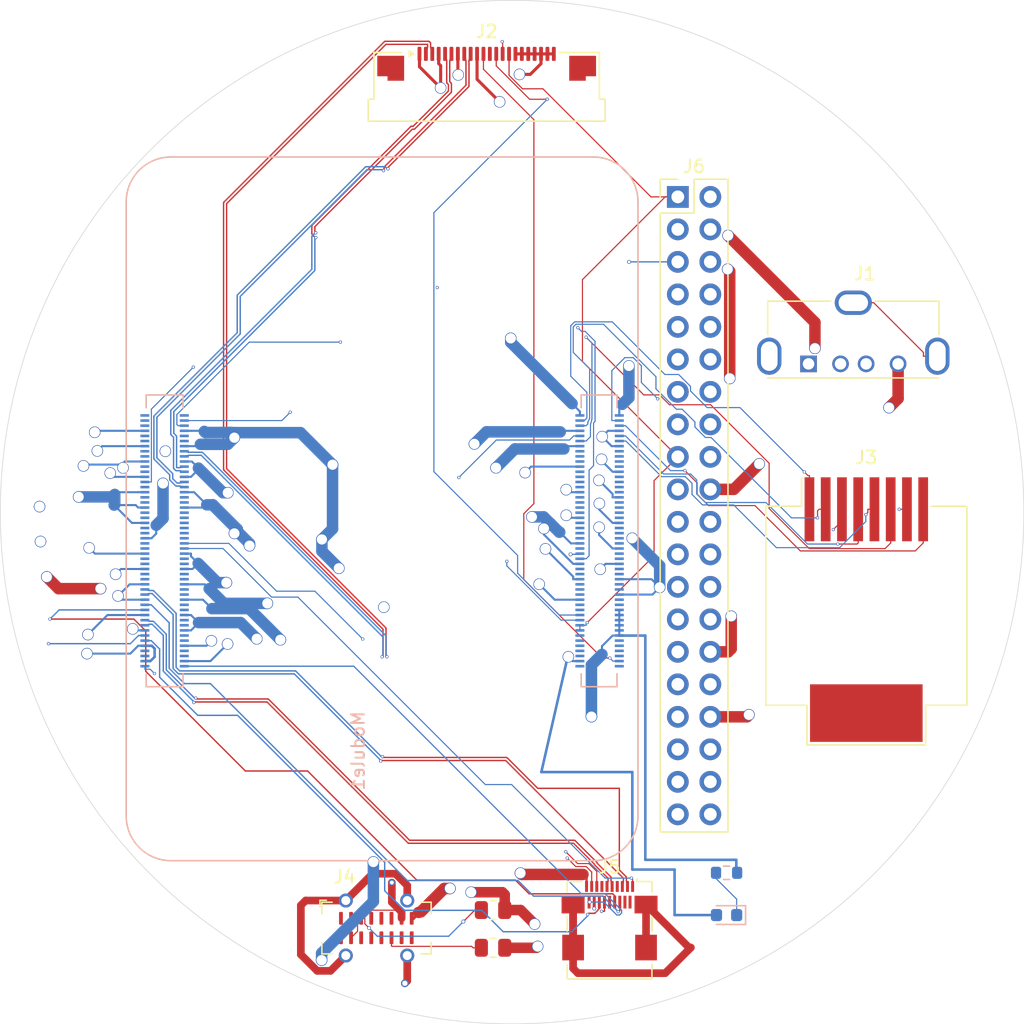
<source format=kicad_pcb>
(kicad_pcb (version 20241229) (generator "pcbnew") (generator_version "9.0")
  (layers (0 "F.Cu" signal "L1") (4 "In1.Cu" signal "Ground L2") (6 "In2.Cu" signal "L3") (8 "In3.Cu" signal " Power L4") (10 "In4.Cu" signal "Ground L5") (12 "In5.Cu" signal "L6") (14 "In6.Cu" signal "Ground L7") (2 "B.Cu" signal "L8") (13 "F.Paste" user) (15 "B.Paste" user) (5 "F.SilkS" user "Top Overlay") (7 "B.SilkS" user "Board Layer Stack Bottom Overlay") (1 "F.Mask" user "Top Solder") (3 "B.Mask" user "Board Layer Stack Bottom Solder") (25 "Edge.Cuts" user))
  (net 0 "")
  (net 59 "Net-(J1-SSRX-)")
  (net 60 "/+5V")
  (net 61 "GND")
  (net 63 "Net-(Module1A-Ethernet_Pair2_P)")
  (net 64 "Net-(Module1A-Ethernet_Pair3_N)")
  (net 65 "Net-(Module1A-Ethernet_Pair0_N)")
  (net 67 "Net-(Module1A-Ethernet_Pair2_N)")
  (net 75 "Net-(Module1A-Ethernet_Pair1_P)")
  (net 87 "Net-(Module1A-Ethernet_Pair0_P)")
  (net 92 "Net-(J1-SSTX+)")
  (net 98 "Net-(J1-D-)")
  (net 102 "Net-(J1-SSTX-)")
  (net 110 "Net-(Module1A-Ethernet_Pair1_N)")
  (net 111 "Net-(Module1A-Ethernet_Pair3_P)")
  (net 118 "Net-(J1-D+)")
  (net 120 "Net-(J1-SSRX+)")
  (net 121 "Net-(J4-CC2)")
  (net 122 "unconnected-(J4-SHIELD-PadS1)")
  (net 123 "Net-(J4-CC1)")
  (net 124 "/MIPI0_D0_N")
  (net 125 "/MIPI0_C_P")
  (net 126 "/CAM_GPIO0")
  (net 127 "/SCL0")
  (net 128 "/SDA0")
  (net 130 "/MIPI0_D1_N")
  (net 131 "/MIPI0_C_N")
  (net 132 "/MIPI0_D1_P")
  (net 133 "/MIPI0_D0_P")
  (net 134 "/+3.3V")
  (net 135 "/HDMI0_CEC")
  (net 137 "unconnected-(J5-PadSH)")
  (net 138 "/HDMI0_TX1_P")
  (net 140 "/HDMI0_SDA")
  (net 141 "/HDMI0_CLK_P")
  (net 142 "/HDMI0_TX1_N")
  (net 143 "/HDMI0_TX2_P")
  (net 146 "/HDMI0_TX2_N")
  (net 147 "/HDMI0_HOTPLUG")
  (net 148 "/HDMI0_TX0_N")
  (net 149 "/HDMI0_SCL")
  (net 150 "/HDMI0_TX0_P")
  (net 151 "/HDMI0_CLK_N")
  (net 158 "/GPIO2")
  (net 180 "/GPIO3")
  (net 181 "LED_LOOP")
  (footprint "Connector_RJ:RJ45_Molex_0855135013_Vertical" (layer "F.Cu") (at 169.418 104.14)
    (property "Reference" "J3")
    (property "Value" "RJ45_LED")
  )
  (footprint "Resistor_SMD:R_0805_2012Metric" (layer "F.Cu") (at 140.2435 130.574)
    (property "Reference" "R2" (hide yes))
    (property "Value" "5100 ohm")
  )
  (footprint "Connector_Video:HDMI_Micro-D_Molex_46765-0xxx" (layer "F.Cu") (at 149.35107 130.556)
    (property "Reference" "J5")
    (property "Value" "HDMI_D_1.4")
  )
  (footprint "Connector_PinHeader_2.54mm:PinHeader_2x20_P2.54mm_Vertical" (layer "F.Cu") (at 154.68507 71.882)
    (property "Reference" "J6")
    (property "Value" "GPIO PINS")
  )
  (footprint "Connector_FFC-FPC:Amphenol_F32Q-1A7x1-11022_1x22-1MP_P0.5mm_Horizontal" (layer "F.Cu") (at 139.744 63.606)
    (property "Reference" "J2")
    (property "Value" "Conn_01x22")
  )
  (footprint "Connector_USB:USB_A_Molex_105057_Vertical" (layer "F.Cu") (at 164.902 84.935)
    (property "Reference" "J1")
    (property "Value" "USB3_A")
  )
  (footprint "Resistor_SMD:R_0805_2012Metric" (layer "F.Cu") (at 140.2435 127.624)
    (property "Reference" "R1" (hide yes))
    (property "Value" "5100 ohm")
  )
  (footprint "Connector_USB:USB_C_Receptacle_G-Switch_GT-USB-7051x" (layer "F.Cu") (at 131.136 129.03)
    (property "Reference" "J4")
    (property "Value" "USB_C")
  )
  (footprint "CM5IO:Raspberry-Pi-5-Compute-Module" (layer "B.Cu") (at 148.07107 120.266 180)
    (property "Reference" "Module1")
    (property "Value" "ComputeModule5-CM5")
  )
  (footprint "LED_SMD:LED_0603_1608Metric" (layer "B.Cu") (at 158.496 128.016 180)
    (property "Reference" "REF**" (hide yes))
    (property "Value" "LED_P")
  )
  (footprint "Resistor_SMD:R_0603_1608Metric" (layer "B.Cu") (at 158.496 124.714 180)
    (property "Reference" "REF**" (hide yes))
    (property "Value" "R_LED")
  )
  (gr_line (start 157.734 128.016) (end 154.432 128.016) (stroke (width 0.2)) (layer "B.Cu") (net 61))
  (gr_line (start 150.114 106.172) (end 152.146 106.172) (stroke (width 0.2)) (layer "B.Cu") (net 60))
  (gr_line (start 154.432 128.016) (end 154.432 124.46) (stroke (width 0.2)) (layer "B.Cu") (net 61))
  (gr_line (start 151.13 124.46) (end 151.13 116.84) (stroke (width 0.2)) (layer "B.Cu") (net 61))
  (gr_line (start 152.146 123.698) (end 159.258 123.698) (stroke (width 0.2)) (layer "B.Cu") (net 60))
  (gr_line (start 157.48 128.27) (end 157.734 128.016) (stroke (width 0.2)) (layer "B.Cu") (net 61))
  (gr_line (start 159.258 123.698) (end 159.258 124.714) (stroke (width 0.2)) (layer "B.Cu") (net 60))
  (gr_line (start 152.146 106.172) (end 152.146 123.698) (stroke (width 0.2)) (layer "B.Cu") (net 60))
  (gr_line (start 144.018 116.84) (end 146.05 107.95) (stroke (width 0.2)) (layer "B.Cu") (net 61))
  (gr_line (start 151.13 116.84) (end 144.018 116.84) (stroke (width 0.2)) (layer "B.Cu") (net 61))
  (gr_line (start 154.432 124.46) (end 151.13 124.46) (stroke (width 0.2)) (layer "B.Cu") (net 61))
  (gr_circle (center 141.732 96.52) (end 181.732 96.52) (stroke (width 0.05)) (fill no) (layer "Edge.Cuts"))
  (segment (start 173.879868 84.335) (end 174.972032 84.335) (width 0.088989) (layer "F.Cu") (net 59))
  (segment (start 168.402032 80.155) (end 169.994196 80.155) (width 0.088989) (layer "F.Cu") (net 59))
  (segment (start 173.879868 84.040672) (end 173.879868 84.335) (width 0.088989) (layer "F.Cu") (net 59))
  (segment (start 169.994196 80.155) (end 173.879868 84.040672) (width 0.088989) (layer "F.Cu") (net 59))
  (via (at 116.820889 85.190531) (size 0.25025) (drill 0.15015) (layers "F.Cu" "B.Cu") (net 59))
  (via (at 135.884144 78.968306) (size 0.25025) (drill 0.15015) (layers "F.Cu" "B.Cu") (net 59))
  (segment (start 113.539714 94.143482) (end 113.517196 94.166) (width 0.088989) (layer "B.Cu") (net 59))
  (segment (start 113.517196 94.166) (end 113.031032 94.166) (width 0.088989) (layer "B.Cu") (net 59))
  (segment (start 116.820889 85.190531) (end 113.539714 88.471705) (width 0.088989) (layer "B.Cu") (net 59))
  (segment (start 113.539714 88.471705) (end 113.539714 94.143482) (width 0.088989) (layer "B.Cu") (net 59))
  (segment (start 165.402384 81.697027) (end 165.402384 83.717316) (width 0.897573) (layer "F.Cu") (net 60))
  (segment (start 132.334 127.00722) (end 132.334 125.476) (width 0.6) (layer "F.Cu") (net 60))
  (segment (start 133.096 128.27) (end 133.096 127.76922) (width 0.6) (layer "F.Cu") (net 60))
  (segment (start 133.096 127.76922) (end 132.334 127.00722) (width 0.6) (layer "F.Cu") (net 60))
  (segment (start 129.772206 127.63565) (end 129.65165 127.756206) (width 0.0889) (layer "F.Cu") (net 60))
  (segment (start 142.383109 124.73788) (end 142.485578 124.840349) (width 0.897573) (layer "F.Cu") (net 60))
  (segment (start 147.551032 125.118915) (end 147.272466 124.840349) (width 0.184) (layer "F.Cu") (net 60))
  (segment (start 129.65165 127.756206) (end 129.65165 129.28435) (width 0.0889) (layer "F.Cu") (net 60))
  (segment (start 142.485578 124.840349) (end 147.272466 124.840349) (width 0.897573) (layer "F.Cu") (net 60))
  (segment (start 147.551032 125.781) (end 147.551032 125.118915) (width 0.184) (layer "F.Cu") (net 60))
  (segment (start 133.096 128.27) (end 133.096 128.016) (width 0.0889) (layer "F.Cu") (net 60))
  (segment (start 129.65165 129.28435) (end 129.146 129.79) (width 0.0889) (layer "F.Cu") (net 60))
  (segment (start 133.096 128.016) (end 132.71565 127.63565) (width 0.0889) (layer "F.Cu") (net 60))
  (segment (start 158.61115 74.905793) (end 165.402384 81.697027) (width 0.897573) (layer "F.Cu") (net 60))
  (segment (start 132.71565 127.63565) (end 129.772206 127.63565) (width 0.0889) (layer "F.Cu") (net 60))
  (via (at 158.61115 74.905793) (size 0.897573) (drill 0.797473) (layers "F.Cu" "B.Cu") (net 60))
  (via (at 132.334 125.476) (size 0.5) (drill 0.3) (layers "F.Cu" "B.Cu") (net 60))
  (via (at 147.933361 112.50577) (size 0.897573) (drill 0.797473) (layers "F.Cu" "B.Cu") (net 60))
  (via (at 165.402384 83.717316) (size 0.897573) (drill 0.797473) (layers "F.Cu" "B.Cu") (net 60))
  (via (at 142.383109 124.73788) (size 0.897573) (drill 0.797473) (layers "F.Cu" "B.Cu") (net 60))
  (segment (start 149.589362 106.166) (end 148.757602 106.99776) (width 0.16) (layer "B.Cu") (net 60))
  (segment (start 150.111032 104.966) (end 150.111032 105.366) (width 0.16) (layer "B.Cu") (net 60))
  (segment (start 150.111032 105.366) (end 150.111032 105.766) (width 0.16) (layer "B.Cu") (net 60))
  (segment (start 150.111032 104.166) (end 150.111032 104.566) (width 0.16) (layer "B.Cu") (net 60))
  (segment (start 150.111032 106.166) (end 149.589362 106.166) (width 0.16) (layer "B.Cu") (net 60))
  (segment (start 147.933361 112.50577) (end 147.933361 108.471023) (width 0.897573) (layer "B.Cu") (net 60))
  (segment (start 150.111032 105.766) (end 150.111032 106.166) (width 0.16) (layer "B.Cu") (net 60))
  (segment (start 148.757602 106.99776) (end 148.757602 107.646782) (width 0.16) (layer "B.Cu") (net 60))
  (segment (start 150.111032 104.566) (end 150.111032 104.966) (width 0.16) (layer "B.Cu") (net 60))
  (segment (start 147.933361 108.471023) (end 148.757602 107.646782) (width 0.897573) (layer "B.Cu") (net 60))
  (segment (start 128.355532 129.79) (end 127.992962 129.79) (width 0.2408) (layer "F.Cu") (net 61))
  (segment (start 143.993532 61.46807) (end 143.152219 62.309382) (width 0.2408) (layer "F.Cu") (net 61))
  (segment (start 158.741957 77.703256) (end 158.741957 86.070417) (width 0.897573) (layer "F.Cu") (net 61))
  (segment (start 143.625078 130.574) (end 143.729154 130.469924) (width 0.8224) (layer "F.Cu") (net 61))
  (segment (start 157.225032 94.742) (end 159.061374 94.742) (width 0.897573) (layer "F.Cu") (net 61))
  (segment (start 136.876744 125.935919) (end 136.429995 125.935919) (width 0.897573) (layer "F.Cu") (net 61))
  (segment (start 136.147326 61.621864) (end 136.147326 63.369014) (width 0.2408) (layer "F.Cu") (net 61))
  (segment (start 138.527706 126.230797) (end 140.967698 126.230797) (width 0.8224) (layer "F.Cu") (net 61))
  (segment (start 157.225032 112.522) (end 160.084366 112.522) (width 0.897573) (layer "F.Cu") (net 61))
  (segment (start 141.156032 130.574) (end 143.625078 130.574) (width 0.8224) (layer "F.Cu") (net 61))
  (segment (start 135.993532 60.706) (end 135.993532 61.46807) (width 0.2408) (layer "F.Cu") (net 61))
  (segment (start 127.992962 129.79) (end 126.845041 130.937921) (width 0.2408) (layer "F.Cu") (net 61))
  (segment (start 158.578743 77.540042) (end 158.741957 77.703256) (width 0.897573) (layer "F.Cu") (net 61))
  (segment (start 126.845041 130.937921) (end 126.845041 131.538926) (width 0.2408) (layer "F.Cu") (net 61))
  (segment (start 141.156032 126.41913) (end 141.156032 127.624) (width 0.8224) (layer "F.Cu") (net 61))
  (segment (start 138.993532 62.691848) (end 138.993532 60.706) (width 0.2408) (layer "F.Cu") (net 61))
  (segment (start 134.493532 60.706) (end 134.493532 61.715219) (width 0.2408) (layer "F.Cu") (net 61))
  (segment (start 144.493532 60.706) (end 144.993532 60.706) (width 0.2408) (layer "F.Cu") (net 61))
  (segment (start 143.152219 62.309382) (end 142.310757 62.309382) (width 0.2408) (layer "F.Cu") (net 61))
  (segment (start 140.757381 64.455697) (end 138.993532 62.691848) (width 0.2408) (layer "F.Cu") (net 61))
  (segment (start 133.885532 128.27) (end 134.036032 128.27) (width 0.2408) (layer "F.Cu") (net 61))
  (segment (start 134.431442 127.87459) (end 134.431442 127.80769) (width 0.2408) (layer "F.Cu") (net 61))
  (segment (start 158.858166 107.205322) (end 158.858166 104.664331) (width 0.897573) (layer "F.Cu") (net 61))
  (segment (start 134.60816 127.757755) (end 134.431442 127.80769) (width 0.897573) (layer "F.Cu") (net 61))
  (segment (start 137.493532 62.318345) (end 137.493532 60.706) (width 0.2408) (layer "F.Cu") (net 61))
  (segment (start 158.621488 107.442) (end 158.858166 107.205322) (width 0.897573) (layer "F.Cu") (net 61))
  (segment (start 141.156032 127.624) (end 142.396996 127.624) (width 0.8224) (layer "F.Cu") (net 61))
  (segment (start 143.993532 60.706) (end 143.993532 61.46807) (width 0.2408) (layer "F.Cu") (net 61))
  (segment (start 142.993532 60.706) (end 143.493532 60.706) (width 0.2408) (layer "F.Cu") (net 61))
  (segment (start 143.492667 128.71967) (end 142.396996 127.624) (width 0.8224) (layer "F.Cu") (net 61))
  (segment (start 134.493532 61.715219) (end 136.147326 63.369014) (width 0.2408) (layer "F.Cu") (net 61))
  (segment (start 171.902532 84.9345) (end 171.902532 87.646409) (width 0.897573) (layer "F.Cu") (net 61))
  (segment (start 171.902532 87.646409) (end 171.193958 88.354983) (width 0.897573) (layer "F.Cu") (net 61))
  (segment (start 105.365126 101.58815) (end 106.281137 102.504161) (width 0.897573) (layer "F.Cu") (net 61))
  (segment (start 136.429995 125.935919) (end 134.60816 127.757755) (width 0.897573) (layer "F.Cu") (net 61))
  (segment (start 143.493532 60.706) (end 143.993532 60.706) (width 0.2408) (layer "F.Cu") (net 61))
  (segment (start 141.993532 60.706) (end 142.493532 60.706) (width 0.2408) (layer "F.Cu") (net 61))
  (segment (start 157.225032 107.442) (end 158.621488 107.442) (width 0.897573) (layer "F.Cu") (net 61))
  (segment (start 142.493532 60.706) (end 142.993532 60.706) (width 0.2408) (layer "F.Cu") (net 61))
  (segment (start 140.967698 126.230797) (end 141.156032 126.41913) (width 0.8224) (layer "F.Cu") (net 61))
  (segment (start 159.061374 94.742) (end 161.048642 92.754733) (width 0.897573) (layer "F.Cu") (net 61))
  (segment (start 106.281137 102.504161) (end 109.563009 102.504161) (width 0.897573) (layer "F.Cu") (net 61))
  (segment (start 143.993532 60.706) (end 144.493532 60.706) (width 0.2408) (layer "F.Cu") (net 61))
  (segment (start 134.036032 128.27) (end 134.431442 127.87459) (width 0.2408) (layer "F.Cu") (net 61))
  (segment (start 160.242609 112.363756) (end 160.084366 112.522) (width 0.897573) (layer "F.Cu") (net 61))
  (segment (start 148.15107 127.508) (end 148.15107 127.006) (width 0.2) (layer "F.Cu") (net 61))
  (segment (start 135.993532 61.46807) (end 136.147326 61.621864) (width 0.2408) (layer "F.Cu") (net 61))
  (segment (start 137.522154 62.346967) (end 137.493532 62.318345) (width 0.2408) (layer "F.Cu") (net 61))
  (via (at 107.855503 95.332847) (size 0.897573) (drill 0.797473) (layers "F.Cu" "B.Cu") (net 61))
  (via (at 121.207629 99.146208) (size 0.897573) (drill 0.797473) (layers "F.Cu" "B.Cu") (net 61))
  (via (at 120.027356 98.186995) (size 0.897573) (drill 0.797473) (layers "F.Cu" "B.Cu") (net 61))
  (via (at 161.048642 92.754733) (size 0.897573) (drill 0.797473) (layers "F.Cu" "B.Cu") (net 61))
  (via (at 151.122078 98.566132) (size 0.897573) (drill 0.797473) (layers "F.Cu" "B.Cu") (net 61))
  (via (at 142.751017 93.43178) (size 0.897573) (drill 0.797473) (layers "F.Cu" "B.Cu") (net 61))
  (via (at 128.192276 100.907054) (size 0.897573) (drill 0.797473) (layers "F.Cu" "B.Cu") (net 61))
  (via (at 142.310757 62.309382) (size 0.897573) (drill 0.797473) (layers "F.Cu" "B.Cu") (net 61))
  (via (at 104.874534 98.819504) (size 0.897573) (drill 0.797473) (layers "F.Cu" "B.Cu") (net 61))
  (via (at 143.729154 130.469924) (size 0.897573) (drill 0.797473) (layers "F.Cu" "B.Cu") (net 61))
  (via (at 126.867197 98.660085) (size 0.897573) (drill 0.797473) (layers "F.Cu" "B.Cu") (net 61))
  (via (at 158.741957 86.070417) (size 0.897573) (drill 0.797473) (layers "F.Cu" "B.Cu") (net 61))
  (via (at 109.563009 102.504161) (size 0.897573) (drill 0.797473) (layers "F.Cu" "B.Cu") (net 61))
  (via (at 114.449298 94.280126) (size 0.897573) (drill 0.797473) (layers "F.Cu" "B.Cu") (net 61))
  (via (at 148.552321 95.847497) (size 0.897573) (drill 0.797473) (layers "F.Cu" "B.Cu") (net 61))
  (via (at 119.513433 95.006396) (size 0.897573) (drill 0.797473) (layers "F.Cu" "B.Cu") (net 61))
  (via (at 104.798298 96.08928) (size 0.897573) (drill 0.797473) (layers "F.Cu" "B.Cu") (net 61))
  (via (at 121.776117 106.41973) (size 0.897573) (drill 0.797473) (layers "F.Cu" "B.Cu") (net 61))
  (via (at 136.147326 63.369014) (size 0.897573) (drill 0.797473) (layers "F.Cu" "B.Cu") (net 61))
  (via (at 138.786662 91.189343) (size 0.897573) (drill 0.797473) (layers "F.Cu" "B.Cu") (net 61))
  (via (at 171.193958 88.354983) (size 0.897573) (drill 0.797473) (layers "F.Cu" "B.Cu") (net 61))
  (via (at 119.402019 102.034301) (size 0.897573) (drill 0.797473) (layers "F.Cu" "B.Cu") (net 61))
  (via (at 110.322452 93.470638) (size 0.897573) (drill 0.797473) (layers "F.Cu" "B.Cu") (net 61))
  (via (at 126.845041 131.538926) (size 0.897573) (drill 0.797473) (layers "F.Cu" "B.Cu") (net 61))
  (via (at 138.527706 126.230797) (size 0.897573) (drill 0.797473) (layers "F.Cu" "B.Cu") (net 61))
  (via (at 158.858166 104.664331) (size 0.897573) (drill 0.797473) (layers "F.Cu" "B.Cu") (net 61))
  (via (at 120.023166 90.704486) (size 0.897573) (drill 0.797473) (layers "F.Cu" "B.Cu") (net 61))
  (via (at 109.110664 90.281545) (size 0.897573) (drill 0.797473) (layers "F.Cu" "B.Cu") (net 61))
  (via (at 108.672802 99.313823) (size 0.897573) (drill 0.797473) (layers "F.Cu" "B.Cu") (net 61))
  (via (at 143.281007 96.896799) (size 0.897573) (drill 0.797473) (layers "F.Cu" "B.Cu") (net 61))
  (via (at 127.698452 92.818509) (size 0.897573) (drill 0.797473) (layers "F.Cu" "B.Cu") (net 61))
  (via (at 108.579691 106.091928) (size 0.897573) (drill 0.797473) (layers "F.Cu" "B.Cu") (net 61))
  (via (at 143.492667 128.71967) (size 0.897573) (drill 0.797473) (layers "F.Cu" "B.Cu") (net 61))
  (via (at 137.522154 62.346967) (size 0.897573) (drill 0.797473) (layers "F.Cu" "B.Cu") (net 61))
  (via (at 108.232466 92.910067) (size 0.897573) (drill 0.797473) (layers "F.Cu" "B.Cu") (net 61))
  (via (at 153.266252 102.404372) (size 0.897573) (drill 0.797473) (layers "F.Cu" "B.Cu") (net 61))
  (via (at 141.626516 82.939233) (size 0.897573) (drill 0.797473) (layers "F.Cu" "B.Cu") (net 61))
  (via (at 146.129353 107.832926) (size 0.897573) (drill 0.797473) (layers "F.Cu" "B.Cu") (net 61))
  (via (at 111.324514 93.060953) (size 0.897573) (drill 0.797473) (layers "F.Cu" "B.Cu") (net 61))
  (via (at 118.228663 106.580649) (size 0.897573) (drill 0.797473) (layers "F.Cu" "B.Cu") (net 61))
  (via (at 108.506988 107.581604) (size 0.897573) (drill 0.797473) (layers "F.Cu" "B.Cu") (net 61))
  (via (at 131.708188 103.951386) (size 0.897573) (drill 0.797473) (layers "F.Cu" "B.Cu") (net 61))
  (via (at 122.602872 103.654741) (size 0.897573) (drill 0.797473) (layers "F.Cu" "B.Cu") (net 61))
  (via (at 160.242609 112.363756) (size 0.897573) (drill 0.797473) (layers "F.Cu" "B.Cu") (net 61))
  (via (at 148.15107 127.508) (size 0.3) (drill 0.2) (layers "F.Cu" "B.Cu") (net 61))
  (via (at 145.960516 94.766697) (size 0.897573) (drill 0.797473) (layers "F.Cu" "B.Cu") (net 61))
  (via (at 145.964982 96.766532) (size 0.897573) (drill 0.797473) (layers "F.Cu" "B.Cu") (net 61))
  (via (at 109.317194 91.738353) (size 0.897573) (drill 0.797473) (layers "F.Cu" "B.Cu") (net 61))
  (via (at 112.079816 105.6489) (size 0.897573) (drill 0.797473) (layers "F.Cu" "B.Cu") (net 61))
  (via (at 148.521942 94.036773) (size 0.897573) (drill 0.797473) (layers "F.Cu" "B.Cu") (net 61))
  (via (at 114.633211 91.760506) (size 0.897573) (drill 0.797473) (layers "F.Cu" "B.Cu") (net 61))
  (via (at 148.532024 97.707495) (size 0.897573) (drill 0.797473) (layers "F.Cu" "B.Cu") (net 61))
  (via (at 123.621171 106.500948) (size 0.897573) (drill 0.797473) (layers "F.Cu" "B.Cu") (net 61))
  (via (at 136.876744 125.935919) (size 0.897573) (drill 0.797473) (layers "F.Cu" "B.Cu") (net 61))
  (via (at 144.339872 99.39702) (size 0.897573) (drill 0.797473) (layers "F.Cu" "B.Cu") (net 61))
  (via (at 148.723044 92.397834) (size 0.897573) (drill 0.797473) (layers "F.Cu" "B.Cu") (net 61))
  (via (at 110.745684 101.376703) (size 0.897573) (drill 0.797473) (layers "F.Cu" "B.Cu") (net 61))
  (via (at 110.93238 103.071292) (size 0.897573) (drill 0.797473) (layers "F.Cu" "B.Cu") (net 61))
  (via (at 140.475452 93.055111) (size 0.897573) (drill 0.797473) (layers "F.Cu" "B.Cu") (net 61))
  (via (at 105.365126 101.58815) (size 0.897573) (drill 0.797473) (layers "F.Cu" "B.Cu") (net 61))
  (via (at 148.615276 100.985691) (size 0.897573) (drill 0.797473) (layers "F.Cu" "B.Cu") (net 61))
  (via (at 150.860984 85.095387) (size 0.897573) (drill 0.797473) (layers "F.Cu" "B.Cu") (net 61))
  (via (at 140.757381 64.455697) (size 0.897573) (drill 0.797473) (layers "F.Cu" "B.Cu") (net 61))
  (via (at 143.848246 102.154396) (size 0.897573) (drill 0.797473) (layers "F.Cu" "B.Cu") (net 61))
  (via (at 148.772349 90.623165) (size 0.897573) (drill 0.797473) (layers "F.Cu" "B.Cu") (net 61))
  (via (at 130.890655 123.869178) (size 0.897573) (drill 0.797473) (layers "F.Cu" "B.Cu") (net 61))
  (via (at 144.221444 97.80422) (size 0.897573) (drill 0.797473) (layers "F.Cu" "B.Cu") (net 61))
  (via (at 119.493386 106.828908) (size 0.897573) (drill 0.797473) (layers "F.Cu" "B.Cu") (net 61))
  (via (at 158.578743 77.540042) (size 0.897573) (drill 0.797473) (layers "F.Cu" "B.Cu") (net 61))
  (segment (start 141.626516 83.250322) (end 141.626516 82.939233) (width 0.897573) (layer "B.Cu") (net 61))
  (segment (start 111.156387 100.966) (end 110.745684 101.376703) (width 0.16) (layer "B.Cu") (net 61))
  (segment (start 113.031032 99.766) (end 109.124979 99.766) (width 0.16) (layer "B.Cu") (net 61))
  (segment (start 146.422223 88.046029) (end 141.626516 83.250322) (width 0.897573) (layer "B.Cu") (net 61))
  (segment (start 144.398152 97.096926) (end 144.750844 97.426698) (width 0.897573) (layer "B.Cu") (net 61))
  (segment (start 116.632701 99.967861) (end 116.632701 99.766) (width 0.16) (layer "B.Cu") (net 61))
  (segment (start 143.216797 92.966) (end 142.751017 93.43178) (width 0.16) (layer "B.Cu") (net 61))
  (segment (start 121.207629 98.978749) (end 121.207629 99.146208) (width 0.897573) (layer "B.Cu") (net 61))
  (segment (start 149.589362 97.366) (end 150.111032 97.366) (width 0.16) (layer "B.Cu") (net 61))
  (segment (start 140.475452 93.055111) (end 141.945505 91.585059) (width 0.897573) (layer "B.Cu") (net 61))
  (segment (start 150.111032 101.766) (end 152.627879 101.766) (width 0.16) (layer "B.Cu") (net 61))
  (segment (start 146.16445 96.966) (end 147.031032 96.966) (width 0.16) (layer "B.Cu") (net 61))
  (segment (start 147.031032 88.654838) (end 146.422223 88.046029) (width 0.16) (layer "B.Cu") (net 61))
  (segment (start 150.111032 102.966) (end 152.704624 102.966) (width 0.16) (layer "B.Cu") (net 61))
  (segment (start 116.632701 104.567427) (end 116.632701 104.566) (width 0.16) (layer "B.Cu") (net 61))
  (segment (start 130.890655 123.869178) (end 130.890655 126.952165) (width 0.897573) (layer "B.Cu") (net 61))
  (segment (start 153.266252 100.710305) (end 153.266252 102.404372) (width 0.897573) (layer "B.Cu") (net 61))
  (segment (start 150.338235 88.099159) (end 150.111032 88.326362) (width 0.16) (layer "B.Cu") (net 61))
  (segment (start 110.488364 95.332847) (end 107.855503 95.332847) (width 0.897573) (layer "B.Cu") (net 61))
  (segment (start 128.192276 100.907054) (end 126.867197 99.581974) (width 0.897573) (layer "B.Cu") (net 61))
  (segment (start 149.589362 99.366) (end 148.532024 98.308662) (width 0.16) (layer "B.Cu") (net 61))
  (segment (start 120.256459 98.027578) (end 121.207629 98.978749) (width 0.897573) (layer "B.Cu") (net 61))
  (segment (start 110.93238 103.071292) (end 111.837672 102.166) (width 0.16) (layer "B.Cu") (net 61))
  (segment (start 114.449298 94.280126) (end 114.449298 97.014503) (width 0.897573) (layer "B.Cu") (net 61))
  (segment (start 139.727384 90.248621) (end 138.786662 91.189343) (width 0.897573) (layer "B.Cu") (net 61))
  (segment (start 112.316673 95.973311) (end 110.628669 95.973311) (width 0.16) (layer "B.Cu") (net 61))
  (segment (start 117.214044 93.184658) (end 117.214044 93.08093) (width 0.16) (layer "B.Cu") (net 61))
  (segment (start 144.221444 98.278082) (end 146.509362 100.566) (width 0.16) (layer "B.Cu") (net 61))
  (segment (start 122.602872 103.654741) (end 119.202861 103.654741) (width 0.897573) (layer "B.Cu") (net 61))
  (segment (start 145.497108 90.248621) (end 145.579729 90.166) (width 0.16) (layer "B.Cu") (net 61))
  (segment (start 117.19317 100.528329) (end 118.699142 102.034301) (width 0.897573) (layer "B.Cu") (net 61))
  (segment (start 111.211361 92.806759) (end 111.45212 92.566) (width 0.16) (layer "B.Cu") (net 61))
  (segment (start 119.13951 95.006396) (end 117.214044 93.08093) (width 0.897573) (layer "B.Cu") (net 61))
  (segment (start 145.456228 98.086241) (end 146.335986 98.966) (width 0.16) (layer "B.Cu") (net 61))
  (segment (start 146.509362 101.766) (end 147.031032 101.766) (width 0.16) (layer "B.Cu") (net 61))
  (segment (start 120.256459 97.860119) (end 120.256459 98.027578) (width 0.897573) (layer "B.Cu") (net 61))
  (segment (start 117.758584 90.297167) (end 117.674895 90.213477) (width 0.897573) (layer "B.Cu") (net 61))
  (segment (start 150.111032 99.366) (end 149.589362 99.366) (width 0.16) (layer "B.Cu") (net 61))
  (segment (start 113.792 107.188) (end 113.57 106.966) (width 0.2) (layer "B.Cu") (net 61))
  (segment (start 111.893758 107.581604) (end 108.506988 107.581604) (width 0.16) (layer "B.Cu") (net 61))
  (segment (start 147.031032 88.966) (end 147.031032 88.654838) (width 0.16) (layer "B.Cu") (net 61))
  (segment (start 111.227088 103.366) (end 110.93238 103.071292) (width 0.16) (layer "B.Cu") (net 61))
  (segment (start 147.031032 92.966) (end 143.216797 92.966) (width 0.16) (layer "B.Cu") (net 61))
  (segment (start 113.57 106.966) (end 113.03107 106.966) (width 0.2) (layer "B.Cu") (net 61))
  (segment (start 118.267173 104.065622) (end 121.185845 104.065622) (width 0.897573) (layer "B.Cu") (net 61))
  (segment (start 143.848246 102.154396) (end 145.05985 103.366) (width 0.16) (layer "B.Cu") (net 61))
  (segment (start 146.159819 94.966) (end 147.031032 94.966) (width 0.16) (layer "B.Cu") (net 61))
  (segment (start 148.552321 95.847497) (end 148.552321 96.328959) (width 0.16) (layer "B.Cu") (net 61))
  (segment (start 116.111032 105.766) (end 116.632701 105.766) (width 0.16) (layer "B.Cu") (net 61))
  (segment (start 109.689547 91.366) (end 109.317194 91.738353) (width 0.16) (layer "B.Cu") (net 61))
  (segment (start 119.202861 103.654741) (end 118.054972 102.506852) (width 0.897573) (layer "B.Cu") (net 61))
  (segment (start 112.509362 96.166) (end 112.316673 95.973311) (width 0.16) (layer "B.Cu") (net 61))
  (segment (start 148.521942 94.036773) (end 149.589362 95.104193) (width 0.16) (layer "B.Cu") (net 61))
  (segment (start 116.111032 96.166) (end 118.006362 96.166) (width 0.16) (layer "B.Cu") (net 61))
  (segment (start 119.493386 106.828908) (end 118.156294 108.166) (width 0.16) (layer "B.Cu") (net 61))
  (segment (start 116.699113 92.566) (end 117.214044 93.08093) (width 0.16) (layer "B.Cu") (net 61))
  (segment (start 120.513436 105.157049) (end 117.222323 105.157049) (width 0.897573) (layer "B.Cu") (net 61))
  (segment (start 116.111032 100.966) (end 116.755499 100.966) (width 0.16) (layer "B.Cu") (net 61))
  (segment (start 127.698452 92.818509) (end 125.190829 90.310887) (width 0.897573) (layer "B.Cu") (net 61))
  (segment (start 117.567551 103.366) (end 118.267173 104.065622) (width 0.16) (layer "B.Cu") (net 61))
  (segment (start 110.675736 95.926244) (end 110.675736 95.145476) (width 0.897573) (layer "B.Cu") (net 61))
  (segment (start 126.845041 130.997779) (end 126.845041 131.538926) (width 0.897573) (layer "B.Cu") (net 61))
  (segment (start 149.034967 100.566) (end 148.615276 100.985691) (width 0.16) (layer "B.Cu") (net 61))
  (segment (start 149.589362 95.366) (end 150.111032 95.366) (width 0.16) (layer "B.Cu") (net 61))
  (segment (start 116.111032 103.366) (end 117.567551 103.366) (width 0.16) (layer "B.Cu") (net 61))
  (segment (start 112.509362 106.966) (end 111.893758 107.581604) (width 0.16) (layer "B.Cu") (net 61))
  (segment (start 146.335986 98.966) (end 147.031032 98.966) (width 0.16) (layer "B.Cu") (net 61))
  (segment (start 116.632701 90.166) (end 116.111032 90.166) (width 0.16) (layer "B.Cu") (net 61))
  (segment (start 116.111032 106.966) (end 117.843312 106.966) (width 0.16) (layer "B.Cu") (net 61))
  (segment (start 116.111032 94.966) (end 116.881033 94.966) (width 0.16) (layer "B.Cu") (net 61))
  (segment (start 146.129353 107.832926) (end 146.462427 108.166) (width 0.16) (layer "B.Cu") (net 61))
  (segment (start 130.890655 126.952165) (end 126.845041 130.997779) (width 0.897573) (layer "B.Cu") (net 61))
  (segment (start 125.190829 90.310887) (end 120.145128 90.310887) (width 0.897573) (layer "B.Cu") (net 61))
  (segment (start 117.222323 105.176378) (end 117.222323 105.157049) (width 0.16) (layer "B.Cu") (net 61))
  (segment (start 110.105619 104.566) (end 108.579691 106.091928) (width 0.16) (layer "B.Cu") (net 61))
  (segment (start 112.021358 97.366) (end 110.628669 95.973311) (width 0.16) (layer "B.Cu") (net 61))
  (segment (start 150.111032 90.166) (end 149.229514 90.166) (width 0.16) (layer "B.Cu") (net 61))
  (segment (start 113.46087 108.166) (end 113.792 107.83487) (width 0.2) (layer "B.Cu") (net 61))
  (segment (start 117.222323 105.157049) (end 116.632701 104.567427) (width 0.16) (layer "B.Cu") (net 61))
  (segment (start 113.031032 100.966) (end 111.156387 100.966) (width 0.16) (layer "B.Cu") (net 61))
  (segment (start 145.960516 94.766697) (end 146.159819 94.966) (width 0.16) (layer "B.Cu") (net 61))
  (segment (start 152.704624 102.966) (end 153.266252 102.404372) (width 0.16) (layer "B.Cu") (net 61))
  (segment (start 145.997818 91.366) (end 145.778759 91.585059) (width 0.16) (layer "B.Cu") (net 61))
  (segment (start 126.867197 98.660085) (end 127.698452 97.82883) (width 0.897573) (layer "B.Cu") (net 61))
  (segment (start 117.224955 91.366) (end 117.368521 91.222434) (width 0.16) (layer "B.Cu") (net 61))
  (segment (start 113.031032 96.166) (end 112.509362 96.166) (width 0.16) (layer "B.Cu") (net 61))
  (segment (start 146.509362 101.56651) (end 146.509362 101.766) (width 0.16) (layer "B.Cu") (net 61))
  (segment (start 150.338235 88.099159) (end 150.860984 87.57641) (width 0.897573) (layer "B.Cu") (net 61))
  (segment (start 116.111032 91.366) (end 117.224955 91.366) (width 0.16) (layer "B.Cu") (net 61))
  (segment (start 110.675736 95.145476) (end 110.488364 95.332847) (width 0.897573) (layer "B.Cu") (net 61))
  (segment (start 146.462427 108.166) (end 147.031032 108.166) (width 0.16) (layer "B.Cu") (net 61))
  (segment (start 116.632701 93.766) (end 117.214044 93.184658) (width 0.16) (layer "B.Cu") (net 61))
  (segment (start 145.410388 98.086241) (end 145.456228 98.086241) (width 0.897573) (layer "B.Cu") (net 61))
  (segment (start 145.497108 90.248621) (end 139.727384 90.248621) (width 0.897573) (layer "B.Cu") (net 61))
  (segment (start 113.031032 98.566) (end 113.552701 98.566) (width 0.16) (layer "B.Cu") (net 61))
  (segment (start 109.124979 99.766) (end 108.672802 99.313823) (width 0.16) (layer "B.Cu") (net 61))
  (segment (start 126.867197 99.581974) (end 126.867197 98.660085) (width 0.897573) (layer "B.Cu") (net 61))
  (segment (start 150.111032 93.366) (end 149.589362 93.366) (width 0.16) (layer "B.Cu") (net 61))
  (segment (start 149.229514 90.166) (end 148.772349 90.623165) (width 0.16) (layer "B.Cu") (net 61))
  (segment (start 117.19317 100.528329) (end 116.632701 99.967861) (width 0.16) (layer "B.Cu") (net 61))
  (segment (start 116.632701 99.766) (end 116.111032 99.766) (width 0.16) (layer "B.Cu") (net 61))
  (segment (start 117.71412 102.166) (end 118.054972 102.506852) (width 0.16) (layer "B.Cu") (net 61))
  (segment (start 121.776117 106.41973) (end 120.513436 105.157049) (width 0.897573) (layer "B.Cu") (net 61))
  (segment (start 119.513433 95.006396) (end 119.13951 95.006396) (width 0.897573) (layer "B.Cu") (net 61))
  (segment (start 121.185845 104.065622) (end 123.621171 106.500948) (width 0.897573) (layer "B.Cu") (net 61))
  (segment (start 144.221444 97.80422) (end 144.221444 98.278082) (width 0.16) (layer "B.Cu") (net 61))
  (segment (start 143.281007 96.896799) (end 144.198025 96.896799) (width 0.897573) (layer "B.Cu") (net 61))
  (segment (start 148.532024 98.308662) (end 148.532024 97.707495) (width 0.16) (layer "B.Cu") (net 61))
  (segment (start 113.915215 98.203486) (end 113.915215 97.548586) (width 0.16) (layer "B.Cu") (net 61))
  (segment (start 113.031032 106.966) (end 112.509362 106.966) (width 0.16) (layer "B.Cu") (net 61))
  (segment (start 127.698452 97.82883) (end 127.698452 92.818509) (width 0.897573) (layer "B.Cu") (net 61))
  (segment (start 144.198025 96.896799) (end 144.398152 97.096926) (width 0.897573) (layer "B.Cu") (net 61))
  (segment (start 116.632701 104.566) (end 116.111032 104.566) (width 0.16) (layer "B.Cu") (net 61))
  (segment (start 111.837672 102.166) (end 113.031032 102.166) (width 0.16) (layer "B.Cu") (net 61))
  (segment (start 117.843312 106.966) (end 118.228663 106.580649) (width 0.16) (layer "B.Cu") (net 61))
  (segment (start 149.515184 91.366) (end 150.111032 91.366) (width 0.16) (layer "B.Cu") (net 61))
  (segment (start 110.855211 94.966) (end 112.509362 94.966) (width 0.16) (layer "B.Cu") (net 61))
  (segment (start 112.509362 94.966) (end 113.031032 94.966) (width 0.16) (layer "B.Cu") (net 61))
  (segment (start 118.699142 102.034301) (end 119.402019 102.034301) (width 0.897573) (layer "B.Cu") (net 61))
  (segment (start 145.964982 96.766532) (end 146.16445 96.966) (width 0.16) (layer "B.Cu") (net 61))
  (segment (start 113.552701 98.566) (end 113.915215 98.203486) (width 0.16) (layer "B.Cu") (net 61))
  (segment (start 110.617814 93.766) (end 113.031032 93.766) (width 0.16) (layer "B.Cu") (net 61))
  (segment (start 144.339872 99.39702) (end 146.509362 101.56651) (width 0.16) (layer "B.Cu") (net 61))
  (segment (start 116.111032 92.566) (end 116.699113 92.566) (width 0.16) (layer "B.Cu") (net 61))
  (segment (start 116.632701 105.766) (end 117.222323 105.176378) (width 0.16) (layer "B.Cu") (net 61))
  (segment (start 148.552321 96.328959) (end 149.589362 97.366) (width 0.16) (layer "B.Cu") (net 61))
  (segment (start 149.589362 93.366) (end 148.723044 92.499682) (width 0.16) (layer "B.Cu") (net 61))
  (segment (start 116.881033 94.966) (end 117.866042 95.951009) (width 0.16) (layer "B.Cu") (net 61))
  (segment (start 117.627418 90.166) (end 116.632701 90.166) (width 0.16) (layer "B.Cu") (net 61))
  (segment (start 119.505218 91.222434) (end 117.368521 91.222434) (width 0.897573) (layer "B.Cu") (net 61))
  (segment (start 148.723044 92.499682) (end 148.723044 92.397834) (width 0.16) (layer "B.Cu") (net 61))
  (segment (start 116.755499 100.966) (end 117.19317 100.528329) (width 0.16) (layer "B.Cu") (net 61))
  (segment (start 113.792 107.83487) (end 113.792 107.188) (width 0.2) (layer "B.Cu") (net 61))
  (segment (start 110.628669 95.973311) (end 110.675736 95.926244) (width 0.897573) (layer "B.Cu") (net 61))
  (segment (start 116.111032 108.166) (end 118.156294 108.166) (width 0.16) (layer "B.Cu") (net 61))
  (segment (start 117.674895 90.213477) (end 117.627418 90.166) (width 0.16) (layer "B.Cu") (net 61))
  (segment (start 112.196917 105.766) (end 112.079816 105.6489) (width 0.16) (layer "B.Cu") (net 61))
  (segment (start 149.589362 95.104193) (end 149.589362 95.366) (width 0.16) (layer "B.Cu") (net 61))
  (segment (start 116.111032 102.166) (end 117.71412 102.166) (width 0.16) (layer "B.Cu") (net 61))
  (segment (start 120.145128 90.310887) (end 119.733305 90.297167) (width 0.897573) (layer "B.Cu") (net 61))
  (segment (start 150.111032 88.326362) (end 150.111032 88.69433) (width 0.16) (layer "B.Cu") (net 61))
  (segment (start 145.05985 103.366) (end 147.031032 103.366) (width 0.16) (layer "B.Cu") (net 61))
  (segment (start 148.772349 90.623165) (end 149.515184 91.366) (width 0.16) (layer "B.Cu") (net 61))
  (segment (start 110.675736 95.145476) (end 110.855211 94.966) (width 0.16) (layer "B.Cu") (net 61))
  (segment (start 144.750844 97.426698) (end 145.410388 98.086241) (width 0.897573) (layer "B.Cu") (net 61))
  (segment (start 113.031032 91.366) (end 109.689547 91.366) (width 0.16) (layer "B.Cu") (net 61))
  (segment (start 147.031032 91.366) (end 145.997818 91.366) (width 0.16) (layer "B.Cu") (net 61))
  (segment (start 108.232466 92.910067) (end 108.335773 92.806759) (width 0.16) (layer "B.Cu") (net 61))
  (segment (start 120.023166 90.704486) (end 119.505218 91.222434) (width 0.897573) (layer "B.Cu") (net 61))
  (segment (start 109.226208 90.166) (end 109.110664 90.281545) (width 0.16) (layer "B.Cu") (net 61))
  (segment (start 117.866042 95.951009) (end 118.347349 95.951009) (width 0.897573) (layer "B.Cu") (net 61))
  (segment (start 151.122078 98.566132) (end 153.266252 100.710305) (width 0.897573) (layer "B.Cu") (net 61))
  (segment (start 150.860984 87.57641) (end 150.860984 85.095387) (width 0.897573) (layer "B.Cu") (net 61))
  (segment (start 113.031032 103.366) (end 111.227088 103.366) (width 0.16) (layer "B.Cu") (net 61))
  (segment (start 113.031032 97.366) (end 112.021358 97.366) (width 0.16) (layer "B.Cu") (net 61))
  (segment (start 113.031032 105.766) (end 112.196917 105.766) (width 0.16) (layer "B.Cu") (net 61))
  (segment (start 108.335773 92.806759) (end 111.211361 92.806759) (width 0.16) (layer "B.Cu") (net 61))
  (segment (start 114.449298 97.014503) (end 113.915215 97.548586) (width 0.897573) (layer "B.Cu") (net 61))
  (segment (start 110.617814 93.766) (end 110.322452 93.470638) (width 0.16) (layer "B.Cu") (net 61))
  (segment (start 113.031032 90.166) (end 109.226208 90.166) (width 0.16) (layer "B.Cu") (net 61))
  (segment (start 146.509362 100.566) (end 147.031032 100.566) (width 0.16) (layer "B.Cu") (net 61))
  (segment (start 116.111032 93.766) (end 116.632701 93.766) (width 0.16) (layer "B.Cu") (net 61))
  (segment (start 118.006362 96.166) (end 120.027356 98.186995) (width 0.16) (layer "B.Cu") (net 61))
  (segment (start 150.111032 100.566) (end 149.034967 100.566) (width 0.16) (layer "B.Cu") (net 61))
  (segment (start 145.579729 90.166) (end 147.031032 90.166) (width 0.16) (layer "B.Cu") (net 61))
  (segment (start 113.03107 108.166) (end 113.46087 108.166) (width 0.2) (layer "B.Cu") (net 61))
  (segment (start 119.733305 90.297167) (end 117.758584 90.297167) (width 0.897573) (layer "B.Cu") (net 61))
  (segment (start 153.266252 102.404372) (end 152.627879 101.766) (width 0.16) (layer "B.Cu") (net 61))
  (segment (start 118.347349 95.951009) (end 120.256459 97.860119) (width 0.897573) (layer "B.Cu") (net 61))
  (segment (start 141.945505 91.585059) (end 145.778759 91.585059) (width 0.897573) (layer "B.Cu") (net 61))
  (segment (start 110.105619 104.566) (end 113.031032 104.566) (width 0.16) (layer "B.Cu") (net 61))
  (segment (start 150.111032 88.69433) (end 150.111032 88.966) (width 0.16) (layer "B.Cu") (net 61))
  (segment (start 111.45212 92.566) (end 113.031032 92.566) (width 0.16) (layer "B.Cu") (net 61))
  (segment (start 169.379918 96.712667) (end 169.536868 96.555718) (width 0.088989) (layer "F.Cu") (net 63))
  (segment (start 169.536868 96.555718) (end 169.536868 96.3) (width 0.088989) (layer "F.Cu") (net 63))
  (segment (start 169.536868 96.3) (end 170.053032 96.3) (width 0.088989) (layer "F.Cu") (net 63))
  (via (at 169.379918 96.712667) (size 0.25025) (drill 0.15015) (layers "F.Cu" "B.Cu") (net 63))
  (segment (start 156.612793 95.959001) (end 159.050639 95.959001) (width 0.088989) (layer "B.Cu") (net 63))
  (segment (start 159.050639 95.959001) (end 162.388437 99.296799) (width 0.088989) (layer "B.Cu") (net 63))
  (segment (start 155.794785 94.270461) (end 155.794785 95.140992) (width 0.088989) (layer "B.Cu") (net 63))
  (segment (start 162.388437 99.296799) (end 167.338697 99.296799) (width 0.088989) (layer "B.Cu") (net 63))
  (segment (start 155.794785 95.140992) (end 156.612793 95.959001) (width 0.088989) (layer "B.Cu") (net 63))
  (segment (start 169.379918 97.255577) (end 169.379918 96.712667) (width 0.088989) (layer "B.Cu") (net 63))
  (segment (start 155.272636 93.748312) (end 155.794785 94.270461) (width 0.088989) (layer "B.Cu") (net 63))
  (segment (start 150.629897 90.966) (end 153.412208 93.748312) (width 0.088989) (layer "B.Cu") (net 63))
  (segment (start 153.412208 93.748312) (end 155.272636 93.748312) (width 0.088989) (layer "B.Cu") (net 63))
  (segment (start 167.338697 99.296799) (end 169.379918 97.255577) (width 0.088989) (layer "B.Cu") (net 63))
  (segment (start 150.111032 90.966) (end 150.629897 90.966) (width 0.088989) (layer "B.Cu") (net 63))
  (segment (start 156.194644 94.233768) (end 155.238164 93.277288) (width 0.088989) (layer "F.Cu") (net 64))
  (segment (start 173.242801 99.556394) (end 164.262415 99.556394) (width 0.088989) (layer "F.Cu") (net 64))
  (segment (start 156.194644 95.121033) (end 156.194644 94.233768) (width 0.088989) (layer "F.Cu") (net 64))
  (segment (start 157.082675 96.009063) (end 156.194644 95.121033) (width 0.088989) (layer "F.Cu") (net 64))
  (segment (start 160.715084 96.009063) (end 157.082675 96.009063) (width 0.088989) (layer "F.Cu") (net 64))
  (segment (start 164.262415 99.556394) (end 160.715084 96.009063) (width 0.088989) (layer "F.Cu") (net 64))
  (segment (start 173.863032 98.936164) (end 173.242801 99.556394) (width 0.088989) (layer "F.Cu") (net 64))
  (segment (start 173.863032 96.3) (end 173.863032 98.936164) (width 0.088989) (layer "F.Cu") (net 64))
  (via (at 155.238164 93.277288) (size 0.25025) (drill 0.15015) (layers "F.Cu" "B.Cu") (net 64))
  (segment (start 150.111032 89.766) (end 150.597196 89.766) (width 0.088989) (layer "B.Cu") (net 64))
  (segment (start 154.108484 93.277288) (end 155.238164 93.277288) (width 0.088989) (layer "B.Cu") (net 64))
  (segment (start 150.597196 89.766) (end 154.108484 93.277288) (width 0.088989) (layer "B.Cu") (net 64))
  (segment (start 167.513032 97.210441) (end 166.839983 97.88349) (width 0.088989) (layer "F.Cu") (net 65))
  (segment (start 167.513032 96.3) (end 167.513032 97.210441) (width 0.088989) (layer "F.Cu") (net 65))
  (via (at 137.566991 93.818342) (size 0.25025) (drill 0.15015) (layers "F.Cu" "B.Cu") (net 65))
  (via (at 166.839983 97.88349) (size 0.25025) (drill 0.15015) (layers "F.Cu" "B.Cu") (net 65))
  (segment (start 140.497027 90.888306) (end 146.222562 90.888306) (width 0.088989) (layer "B.Cu") (net 65))
  (segment (start 137.566991 93.818342) (end 140.497027 90.888306) (width 0.088989) (layer "B.Cu") (net 65))
  (segment (start 146.222562 90.888306) (end 146.544868 90.566) (width 0.088989) (layer "B.Cu") (net 65))
  (segment (start 146.544868 90.566) (end 147.031032 90.566) (width 0.088989) (layer "B.Cu") (net 65))
  (segment (start 168.701944 99.017251) (end 168.783032 98.936164) (width 0.088989) (layer "F.Cu") (net 67))
  (segment (start 168.783032 98.936164) (end 168.783032 96.3) (width 0.088989) (layer "F.Cu") (net 67))
  (segment (start 167.188979 99.017251) (end 168.701944 99.017251) (width 0.088989) (layer "F.Cu") (net 67))
  (via (at 167.188979 99.017251) (size 0.25025) (drill 0.15015) (layers "F.Cu" "B.Cu") (net 67))
  (segment (start 167.188979 99.017251) (end 164.8199 99.017251) (width 0.088989) (layer "B.Cu") (net 67))
  (segment (start 161.574085 95.771436) (end 156.835927 95.771436) (width 0.088989) (layer "B.Cu") (net 67))
  (segment (start 156.835927 95.771436) (end 156.160491 95.096) (width 0.088989) (layer "B.Cu") (net 67))
  (segment (start 156.160491 95.096) (end 156.160491 94.013096) (width 0.088989) (layer "B.Cu") (net 67))
  (segment (start 164.8199 99.017251) (end 161.574085 95.771436) (width 0.088989) (layer "B.Cu") (net 67))
  (segment (start 155.689375 93.541981) (end 153.573177 93.541981) (width 0.088989) (layer "B.Cu") (net 67))
  (segment (start 153.573177 93.541981) (end 150.597196 90.566) (width 0.088989) (layer "B.Cu") (net 67))
  (segment (start 156.160491 94.013096) (end 155.689375 93.541981) (width 0.088989) (layer "B.Cu") (net 67))
  (segment (start 150.597196 90.566) (end 150.111032 90.566) (width 0.088989) (layer "B.Cu") (net 67))
  (segment (start 164.855582 93.663836) (end 164.973032 93.663836) (width 0.088989) (layer "F.Cu") (net 75))
  (segment (start 164.973032 93.663836) (end 164.973032 96.3) (width 0.088989) (layer "F.Cu") (net 75))
  (segment (start 164.573416 93.38167) (end 164.855582 93.663836) (width 0.088989) (layer "F.Cu") (net 75))
  (via (at 164.573416 93.38167) (size 0.25025) (drill 0.15015) (layers "F.Cu" "B.Cu") (net 75))
  (segment (start 154.74931 85.765529) (end 155.677587 86.693806) (width 0.088989) (layer "B.Cu") (net 75))
  (segment (start 146.315124 81.953967) (end 146.61621 81.652881) (width 0.088989) (layer "B.Cu") (net 75))
  (segment (start 153.675955 85.765529) (end 154.74931 85.765529) (width 0.088989) (layer "B.Cu") (net 75))
  (segment (start 155.677587 87.055445) (end 156.973879 88.351737) (width 0.088989) (layer "B.Cu") (net 75))
  (segment (start 147.381032 89.366) (end 147.577746 89.169286) (width 0.088989) (layer "B.Cu") (net 75))
  (segment (start 146.315124 85.89631) (end 146.315124 81.953967) (width 0.088989) (layer "B.Cu") (net 75))
  (segment (start 156.973879 88.351737) (end 159.543483 88.351737) (width 0.088989) (layer "B.Cu") (net 75))
  (segment (start 159.543483 88.351737) (end 164.573416 93.38167) (width 0.088989) (layer "B.Cu") (net 75))
  (segment (start 146.61621 81.652881) (end 149.563307 81.652881) (width 0.088989) (layer "B.Cu") (net 75))
  (segment (start 147.577746 89.169286) (end 147.577746 87.158932) (width 0.088989) (layer "B.Cu") (net 75))
  (segment (start 155.677587 86.693806) (end 155.677587 87.055445) (width 0.088989) (layer "B.Cu") (net 75))
  (segment (start 147.031032 89.366) (end 147.381032 89.366) (width 0.088989) (layer "B.Cu") (net 75))
  (segment (start 147.577746 87.158932) (end 146.315124 85.89631) (width 0.088989) (layer "B.Cu") (net 75))
  (segment (start 149.563307 81.652881) (end 153.675955 85.765529) (width 0.088989) (layer "B.Cu") (net 75))
  (segment (start 157.250629 88.129259) (end 161.82321 92.70184) (width 0.088989) (layer "F.Cu") (net 87))
  (segment (start 147.514142 82.852602) (end 152.022561 87.361022) (width 0.088989) (layer "F.Cu") (net 87))
  (segment (start 161.82321 92.70184) (end 161.82321 96.241078) (width 0.088989) (layer "F.Cu") (net 87))
  (segment (start 154.031158 88.129259) (end 157.250629 88.129259) (width 0.088989) (layer "F.Cu") (net 87))
  (segment (start 152.022561 87.361022) (end 153.262921 87.361022) (width 0.088989) (layer "F.Cu") (net 87))
  (segment (start 170.886672 99.372523) (end 171.323032 98.936164) (width 0.088989) (layer "F.Cu") (net 87))
  (segment (start 161.82321 96.241078) (end 164.954655 99.372523) (width 0.088989) (layer "F.Cu") (net 87))
  (segment (start 171.323032 98.936164) (end 171.323032 96.3) (width 0.088989) (layer "F.Cu") (net 87))
  (segment (start 153.262921 87.361022) (end 154.031158 88.129259) (width 0.088989) (layer "F.Cu") (net 87))
  (segment (start 164.954655 99.372523) (end 170.886672 99.372523) (width 0.088989) (layer "F.Cu") (net 87))
  (via (at 147.514142 82.852602) (size 0.25025) (drill 0.15015) (layers "F.Cu" "B.Cu") (net 87))
  (segment (start 147.972847 89.260117) (end 147.971217 89.261747) (width 0.088989) (layer "B.Cu") (net 87))
  (segment (start 147.514142 82.852602) (end 147.972847 83.311308) (width 0.088989) (layer "B.Cu") (net 87))
  (segment (start 147.857712 90.625484) (end 147.517196 90.966) (width 0.088989) (layer "B.Cu") (net 87))
  (segment (start 147.517196 90.966) (end 147.031032 90.966) (width 0.088989) (layer "B.Cu") (net 87))
  (segment (start 147.971217 89.261747) (end 147.857712 89.68781) (width 0.088989) (layer "B.Cu") (net 87))
  (segment (start 147.857712 89.68781) (end 147.857712 90.625484) (width 0.088989) (layer "B.Cu") (net 87))
  (segment (start 147.972847 83.311308) (end 147.972847 89.260117) (width 0.088989) (layer "B.Cu") (net 87))
  (via (at 124.392152 88.714371) (size 0.25025) (drill 0.15015) (layers "F.Cu" "B.Cu") (net 98))
  (segment (start 116.111032 89.366) (end 123.740523 89.366) (width 0.088989) (layer "B.Cu") (net 98))
  (segment (start 123.740523 89.366) (end 124.392152 88.714371) (width 0.088989) (layer "B.Cu") (net 98))
  (segment (start 166.243032 96.3) (end 165.726868 96.3) (width 0.088989) (layer "F.Cu") (net 110))
  (segment (start 165.606307 96.42056) (end 165.606307 96.971991) (width 0.088989) (layer "F.Cu") (net 110))
  (segment (start 165.726868 96.3) (end 165.606307 96.42056) (width 0.088989) (layer "F.Cu") (net 110))
  (via (at 165.606307 96.971991) (size 0.25025) (drill 0.15015) (layers "F.Cu" "B.Cu") (net 110))
  (segment (start 148.876503 81.840409) (end 152.976471 85.940377) (width 0.088989) (layer "B.Cu") (net 110))
  (segment (start 155.026282 88.479616) (end 156.02133 89.474665) (width 0.088989) (layer "B.Cu") (net 110))
  (segment (start 152.976471 86.886614) (end 154.569473 88.479616) (width 0.088989) (layer "B.Cu") (net 110))
  (segment (start 156.02133 89.867975) (end 156.841105 90.68775) (width 0.088989) (layer "B.Cu") (net 110))
  (segment (start 152.976471 85.940377) (end 152.976471 86.886614) (width 0.088989) (layer "B.Cu") (net 110))
  (segment (start 146.509521 82.046256) (end 146.715367 81.840409) (width 0.088989) (layer "B.Cu") (net 110))
  (segment (start 156.841105 90.68775) (end 157.284098 90.68775) (width 0.088989) (layer "B.Cu") (net 110))
  (segment (start 163.56834 96.971991) (end 165.606307 96.971991) (width 0.088989) (layer "B.Cu") (net 110))
  (segment (start 147.791889 85.321139) (end 146.509521 84.03877) (width 0.088989) (layer "B.Cu") (net 110))
  (segment (start 146.509521 84.03877) (end 146.509521 82.046256) (width 0.088989) (layer "B.Cu") (net 110))
  (segment (start 157.284098 90.68775) (end 163.56834 96.971991) (width 0.088989) (layer "B.Cu") (net 110))
  (segment (start 146.715367 81.840409) (end 148.876503 81.840409) (width 0.088989) (layer "B.Cu") (net 110))
  (segment (start 147.791889 89.203038) (end 147.791889 85.321139) (width 0.088989) (layer "B.Cu") (net 110))
  (segment (start 147.517196 89.766) (end 147.654543 89.628653) (width 0.088989) (layer "B.Cu") (net 110))
  (segment (start 147.654543 89.628653) (end 147.654543 89.484519) (width 0.088989) (layer "B.Cu") (net 110))
  (segment (start 154.569473 88.479616) (end 155.026282 88.479616) (width 0.088989) (layer "B.Cu") (net 110))
  (segment (start 147.654543 89.484519) (end 147.791889 89.203038) (width 0.088989) (layer "B.Cu") (net 110))
  (segment (start 147.031032 89.766) (end 147.517196 89.766) (width 0.088989) (layer "B.Cu") (net 110))
  (segment (start 156.02133 89.474665) (end 156.02133 89.867975) (width 0.088989) (layer "B.Cu") (net 110))
  (segment (start 171.993824 96.3) (end 172.593032 96.3) (width 0.088989) (layer "F.Cu") (net 111))
  (via (at 171.993824 96.3) (size 0.25025) (drill 0.15015) (layers "F.Cu" "B.Cu") (net 111))
  (via (at 153.109424 87.6642) (size 0.25025) (drill 0.15015) (layers "F.Cu" "B.Cu") (net 111))
  (segment (start 151.836464 85.083379) (end 151.199984 84.446899) (width 0.088989) (layer "B.Cu") (net 111))
  (segment (start 149.526766 89.366) (end 150.111032 89.366) (width 0.088989) (layer "B.Cu") (net 111))
  (segment (start 151.836464 86.39124) (end 151.836464 85.083379) (width 0.088989) (layer "B.Cu") (net 111))
  (segment (start 149.526766 85.464762) (end 149.526766 89.366) (width 0.088989) (layer "B.Cu") (net 111))
  (segment (start 151.199984 84.446899) (end 150.544629 84.446899) (width 0.088989) (layer "B.Cu") (net 111))
  (segment (start 153.109424 87.6642) (end 151.836464 86.39124) (width 0.088989) (layer "B.Cu") (net 111))
  (segment (start 150.544629 84.446899) (end 149.526766 85.464762) (width 0.088989) (layer "B.Cu") (net 111))
  (via (at 128.312627 83.235237) (size 0.25025) (drill 0.15015) (layers "F.Cu" "B.Cu") (net 118))
  (segment (start 115.531357 89.67249) (end 115.624868 89.766) (width 0.088989) (layer "B.Cu") (net 118))
  (segment (start 115.624868 89.766) (end 116.111032 89.766) (width 0.088989) (layer "B.Cu") (net 118))
  (segment (start 128.312627 83.235237) (end 121.187268 83.235237) (width 0.088989) (layer "B.Cu") (net 118))
  (segment (start 121.187268 83.235237) (end 115.531357 88.891148) (width 0.088989) (layer "B.Cu") (net 118))
  (segment (start 115.531357 88.891148) (end 115.531357 89.67249) (width 0.088989) (layer "B.Cu") (net 118))
  (segment (start 132.342491 130.463123) (end 132.305532 130.426164) (width 0.088989) (layer "F.Cu") (net 121))
  (segment (start 138.569991 130.463123) (end 132.342491 130.463123) (width 0.088989) (layer "F.Cu") (net 121))
  (segment (start 138.680868 130.574) (end 138.569991 130.463123) (width 0.088989) (layer "F.Cu") (net 121))
  (segment (start 139.331032 130.574) (end 138.680868 130.574) (width 0.088989) (layer "F.Cu") (net 121))
  (segment (start 132.305532 130.426164) (end 132.305532 129.79) (width 0.088989) (layer "F.Cu") (net 121))
  (segment (start 125.222 131.101967) (end 126.497646 132.377613) (width 0.6) (layer "F.Cu") (net 122))
  (segment (start 133.536 131.18) (end 133.536 133.164) (width 0.6) (layer "F.Cu") (net 122))
  (segment (start 128.736 126.88) (end 130.8299 124.7861) (width 0.6) (layer "F.Cu") (net 122))
  (segment (start 128.736 126.88) (end 125.596 126.88) (width 0.6) (layer "F.Cu") (net 122))
  (segment (start 132.619766 124.7861) (end 133.536 125.702334) (width 0.6) (layer "F.Cu") (net 122))
  (segment (start 133.536 125.702334) (end 133.536 126.88) (width 0.6) (layer "F.Cu") (net 122))
  (segment (start 133.536 133.164) (end 133.35 133.35) (width 0.6) (layer "F.Cu") (net 122))
  (segment (start 126.497646 132.377613) (end 127.538387 132.377613) (width 0.6) (layer "F.Cu") (net 122))
  (segment (start 130.8299 124.7861) (end 132.619766 124.7861) (width 0.6) (layer "F.Cu") (net 122))
  (segment (start 125.222 127.254) (end 125.222 131.101967) (width 0.6) (layer "F.Cu") (net 122))
  (segment (start 127.538387 132.377613) (end 128.736 131.18) (width 0.6) (layer "F.Cu") (net 122))
  (segment (start 125.596 126.88) (end 125.222 127.254) (width 0.6) (layer "F.Cu") (net 122))
  (via (at 133.35 133.35) (size 0.6) (drill 0.4) (layers "F.Cu" "B.Cu") (net 122))
  (segment (start 137.922 128.524) (end 138.822 127.624) (width 0.1) (layer "F.Cu") (net 123))
  (segment (start 130.222196 128.70051) (end 130.222196 128.27) (width 0.088989) (layer "F.Cu") (net 123))
  (segment (start 130.556108 129.034422) (end 130.556108 129.032108) (width 0.1) (layer "F.Cu") (net 123))
  (segment (start 130.556108 129.032108) (end 130.556 129.032) (width 0.1) (layer "F.Cu") (net 123))
  (segment (start 130.222196 128.27) (end 129.935532 128.27) (width 0.088989) (layer "F.Cu") (net 123))
  (segment (start 130.556108 129.034422) (end 130.222196 128.70051) (width 0.088989) (layer "F.Cu") (net 123))
  (via (at 137.922 128.524) (size 0.3) (drill 0.2) (layers "F.Cu" "B.Cu") (net 123))
  (via (at 130.556 129.032) (size 0.3) (drill 0.2) (layers "F.Cu" "B.Cu") (net 123))
  (segment (start 130.556 129.032) (end 131.195 129.671) (width 0.1) (layer "B.Cu") (net 123))
  (segment (start 136.775 129.671) (end 137.922 128.524) (width 0.1) (layer "B.Cu") (net 123))
  (segment (start 131.195 129.671) (end 136.775 129.671) (width 0.1) (layer "B.Cu") (net 123))
  (segment (start 131.843787 105.547629) (end 131.869335 105.585865) (width 0.108712) (layer "F.Cu") (net 124))
  (segment (start 131.87091 59.961342) (end 119.417044 72.415208) (width 0.108712) (layer "F.Cu") (net 124))
  (segment (start 131.878306 105.630966) (end 131.878306 107.830252) (width 0.108712) (layer "F.Cu") (net 124))
  (segment (start 134.993532 60.706) (end 135.125677 60.156505) (width 0.108712) (layer "F.Cu") (net 124))
  (segment (start 135.124841 59.961342) (end 131.87091 59.961342) (width 0.108712) (layer "F.Cu") (net 124))
  (segment (start 119.417044 72.415208) (end 119.417044 93.120887) (width 0.108712) (layer "F.Cu") (net 124))
  (segment (start 131.878306 107.830252) (end 131.949075 107.830252) (width 0.108712) (layer "F.Cu") (net 124))
  (segment (start 119.417044 93.120887) (end 131.843787 105.547629) (width 0.108712) (layer "F.Cu") (net 124))
  (segment (start 131.869335 105.585865) (end 131.878306 105.630966) (width 0.108712) (layer "F.Cu") (net 124))
  (segment (start 135.125677 60.156505) (end 135.124841 59.961342) (width 0.108712) (layer "F.Cu") (net 124))
  (via (at 131.949075 107.830252) (size 0.25025) (drill 0.15015) (layers "F.Cu" "B.Cu") (net 124))
  (segment (start 131.869335 106.194633) (end 131.843787 106.156398) (width 0.108712) (layer "B.Cu") (net 124))
  (segment (start 117.566213 91.878824) (end 117.527978 91.853276) (width 0.108712) (layer "B.Cu") (net 124))
  (segment (start 131.878306 106.239735) (end 131.869335 106.194633) (width 0.108712) (layer "B.Cu") (net 124))
  (segment (start 116.459317 91.848156) (end 116.111032 91.766) (width 0.108712) (layer "B.Cu") (net 124))
  (segment (start 131.878306 107.830252) (end 131.878306 106.239735) (width 0.108712) (layer "B.Cu") (net 124))
  (segment (start 117.482876 91.844305) (end 116.724887 91.844305) (width 0.108712) (layer "B.Cu") (net 124))
  (segment (start 117.527978 91.853276) (end 117.482876 91.844305) (width 0.108712) (layer "B.Cu") (net 124))
  (segment (start 116.723173 91.844317) (end 116.459317 91.848156) (width 0.108712) (layer "B.Cu") (net 124))
  (segment (start 131.949075 107.830252) (end 131.878306 107.830252) (width 0.108712) (layer "B.Cu") (net 124))
  (segment (start 116.724887 91.844305) (end 116.723173 91.844317) (width 0.108712) (layer "B.Cu") (net 124))
  (segment (start 131.843787 106.156398) (end 117.566213 91.878824) (width 0.108712) (layer "B.Cu") (net 124))
  (segment (start 138.353464 63.247076) (end 138.327916 63.285312) (width 0.108712) (layer "F.Cu") (net 125))
  (segment (start 131.967883 69.645345) (end 138.327916 63.285312) (width 0.108712) (layer "F.Cu") (net 125))
  (segment (start 138.361387 61.255532) (end 138.362435 61.519881) (width 0.108712) (layer "F.Cu") (net 125))
  (segment (start 138.362435 61.519881) (end 138.362435 63.201975) (width 0.108712) (layer "F.Cu") (net 125))
  (segment (start 131.967883 69.645345) (end 131.957109 69.671355) (width 0.108712) (layer "F.Cu") (net 125))
  (segment (start 131.957109 69.671355) (end 131.957109 69.699509) (width 0.108712) (layer "F.Cu") (net 125))
  (segment (start 131.962496 69.712514) (end 132.027878 69.685432) (width 0.108712) (layer "F.Cu") (net 125))
  (segment (start 131.957109 69.699509) (end 131.962496 69.712514) (width 0.108712) (layer "F.Cu") (net 125))
  (segment (start 138.362435 63.201975) (end 138.353464 63.247076) (width 0.108712) (layer "F.Cu") (net 125))
  (segment (start 138.493532 60.706) (end 138.361387 61.255532) (width 0.108712) (layer "F.Cu") (net 125))
  (via (at 132.027878 69.685432) (size 0.25025) (drill 0.15015) (layers "F.Cu" "B.Cu") (net 125))
  (segment (start 113.735037 89.059721) (end 113.735037 92.324674) (width 0.108712) (layer "B.Cu") (net 125))
  (segment (start 130.252919 69.557838) (end 120.280775 79.529981) (width 0.108712) (layer "B.Cu") (net 125))
  (segment (start 113.735037 92.324674) (end 113.744008 92.369775) (width 0.108712) (layer "B.Cu") (net 125))
  (segment (start 120.246255 79.613318) (end 120.246255 82.499685) (width 0.108712) (layer "B.Cu") (net 125))
  (segment (start 131.948138 69.67785) (end 131.92259 69.639615) (width 0.108712) (layer "B.Cu") (net 125))
  (segment (start 120.280775 79.529981) (end 120.255227 79.568217) (width 0.108712) (layer "B.Cu") (net 125))
  (segment (start 114.968232 93.606686) (end 114.968232 93.953403) (width 0.108712) (layer "B.Cu") (net 125))
  (segment (start 113.769556 88.976385) (end 113.744008 89.01462) (width 0.108712) (layer "B.Cu") (net 125))
  (segment (start 113.769556 92.40801) (end 114.968232 93.606686) (width 0.108712) (layer "B.Cu") (net 125))
  (segment (start 115.002751 94.036739) (end 115.413816 94.447805) (width 0.108712) (layer "B.Cu") (net 125))
  (segment (start 131.831294 69.561006) (end 131.761966 69.53229) (width 0.108712) (layer "B.Cu") (net 125))
  (segment (start 132.027878 69.685432) (end 131.962496 69.712514) (width 0.108712) (layer "B.Cu") (net 125))
  (segment (start 113.744008 92.369775) (end 113.769556 92.40801) (width 0.108712) (layer "B.Cu") (net 125))
  (segment (start 131.869529 69.586554) (end 131.831294 69.561006) (width 0.108712) (layer "B.Cu") (net 125))
  (segment (start 130.336255 69.523318) (end 130.291154 69.53229) (width 0.108712) (layer "B.Cu") (net 125))
  (segment (start 114.968232 93.953403) (end 114.977203 93.998504) (width 0.108712) (layer "B.Cu") (net 125))
  (segment (start 120.255227 79.568217) (end 120.246255 79.613318) (width 0.108712) (layer "B.Cu") (net 125))
  (segment (start 114.977203 93.998504) (end 115.002751 94.036739) (width 0.108712) (layer "B.Cu") (net 125))
  (segment (start 115.496468 94.482322) (end 115.760347 94.483854) (width 0.108712) (layer "B.Cu") (net 125))
  (segment (start 131.761966 69.53229) (end 131.716864 69.523318) (width 0.108712) (layer "B.Cu") (net 125))
  (segment (start 115.760347 94.483854) (end 116.111032 94.566) (width 0.108712) (layer "B.Cu") (net 125))
  (segment (start 120.246255 82.499685) (end 113.769556 88.976385) (width 0.108712) (layer "B.Cu") (net 125))
  (segment (start 113.744008 89.01462) (end 113.735037 89.059721) (width 0.108712) (layer "B.Cu") (net 125))
  (segment (start 130.336255 69.523318) (end 131.716864 69.523318) (width 0.108712) (layer "B.Cu") (net 125))
  (segment (start 130.291154 69.53229) (end 130.252919 69.557838) (width 0.108712) (layer "B.Cu") (net 125))
  (segment (start 115.413816 94.447805) (end 115.452051 94.473352) (width 0.108712) (layer "B.Cu") (net 125))
  (segment (start 115.452051 94.473352) (end 115.496468 94.482322) (width 0.108712) (layer "B.Cu") (net 125))
  (segment (start 131.962496 69.712514) (end 131.948138 69.67785) (width 0.108712) (layer "B.Cu") (net 125))
  (segment (start 131.92259 69.639615) (end 131.869529 69.586554) (width 0.108712) (layer "B.Cu") (net 125))
  (segment (start 142.646247 96.645735) (end 142.646247 101.797901) (width 0.088989) (layer "F.Cu") (net 126))
  (segment (start 143.435811 95.856171) (end 142.646247 96.645735) (width 0.088989) (layer "F.Cu") (net 126))
  (segment (start 142.646247 101.797901) (end 148.773677 107.925331) (width 0.088989) (layer "F.Cu") (net 126))
  (segment (start 139.493532 60.706) (end 139.493532 61.906038) (width 0.088989) (layer "F.Cu") (net 126))
  (segment (start 143.435811 65.848318) (end 143.435811 95.856171) (width 0.088989) (layer "F.Cu") (net 126))
  (segment (start 139.493532 61.906038) (end 143.435811 65.848318) (width 0.088989) (layer "F.Cu") (net 126))
  (segment (start 148.773677 107.925331) (end 149.372679 107.925331) (width 0.088989) (layer "F.Cu") (net 126))
  (via (at 149.372679 107.925331) (size 0.25025) (drill 0.15015) (layers "F.Cu" "B.Cu") (net 126))
  (segment (start 149.613348 108.166) (end 150.111032 108.166) (width 0.088989) (layer "B.Cu") (net 126))
  (segment (start 149.372679 107.925331) (end 149.613348 108.166) (width 0.088989) (layer "B.Cu") (net 126))
  (segment (start 140.493532 61.642496) (end 143.104245 64.253209) (width 0.088989) (layer "F.Cu") (net 127))
  (segment (start 143.104245 64.253209) (end 144.4816 64.253209) (width 0.088989) (layer "F.Cu") (net 127))
  (segment (start 140.493532 60.706) (end 140.493532 61.642496) (width 0.088989) (layer "F.Cu") (net 127))
  (via (at 144.4816 64.253209) (size 0.25025) (drill 0.15015) (layers "F.Cu" "B.Cu") (net 127))
  (segment (start 145.429351 104.566) (end 142.163644 101.300293) (width 0.088989) (layer "B.Cu") (net 127))
  (segment (start 145.429351 104.566) (end 147.031032 104.566) (width 0.088989) (layer "B.Cu") (net 127))
  (segment (start 135.618994 73.115815) (end 144.4816 64.253209) (width 0.088989) (layer "B.Cu") (net 127))
  (segment (start 135.618994 93.361198) (end 135.618994 73.115815) (width 0.088989) (layer "B.Cu") (net 127))
  (segment (start 142.163644 101.300293) (end 142.163644 99.905849) (width 0.088989) (layer "B.Cu") (net 127))
  (segment (start 142.163644 99.905849) (end 135.618994 93.361198) (width 0.088989) (layer "B.Cu") (net 127))
  (segment (start 140.993532 60.706) (end 140.993532 59.777244) (width 0.088989) (layer "F.Cu") (net 128))
  (segment (start 140.993532 59.777244) (end 140.960883 59.744595) (width 0.088989) (layer "F.Cu") (net 128))
  (via (at 141.319779 100.371898) (size 0.25025) (drill 0.15015) (layers "F.Cu" "B.Cu") (net 128))
  (via (at 140.960883 59.744595) (size 0.25025) (drill 0.15015) (layers "F.Cu" "B.Cu") (net 128))
  (segment (start 141.319779 100.722757) (end 141.319779 100.371898) (width 0.088989) (layer "B.Cu") (net 128))
  (segment (start 145.563022 104.966) (end 147.031032 104.966) (width 0.088989) (layer "B.Cu") (net 128))
  (segment (start 145.563022 104.966) (end 141.319779 100.722757) (width 0.088989) (layer "B.Cu") (net 128))
  (segment (start 126.11908 74.837845) (end 126.144628 74.87608) (width 0.108712) (layer "F.Cu") (net 130))
  (segment (start 126.350354 74.992377) (end 126.387874 74.992377) (width 0.108712) (layer "F.Cu") (net 130))
  (segment (start 126.081393 74.723415) (end 126.090364 74.768517) (width 0.108712) (layer "F.Cu") (net 130))
  (segment (start 136.625681 61.25486) (end 136.623129 61.518731) (width 0.108712) (layer "F.Cu") (net 130))
  (segment (start 126.081393 74.162384) (end 126.081393 74.723415) (width 0.108712) (layer "F.Cu") (net 130))
  (segment (start 134.002999 66.358447) (end 133.885329 66.358447) (width 0.108712) (layer "F.Cu") (net 130))
  (segment (start 136.657643 63.009085) (end 136.754818 63.106259) (width 0.108712) (layer "F.Cu") (net 130))
  (segment (start 126.144628 74.87608) (end 126.197689 74.929141) (width 0.108712) (layer "F.Cu") (net 130))
  (segment (start 136.754818 63.606628) (end 134.002999 66.358447) (width 0.108712) (layer "F.Cu") (net 130))
  (segment (start 126.090364 74.768517) (end 126.11908 74.837845) (width 0.108712) (layer "F.Cu") (net 130))
  (segment (start 126.235925 74.954689) (end 126.305252 74.983405) (width 0.108712) (layer "F.Cu") (net 130))
  (segment (start 133.885329 66.358447) (end 133.840228 66.367418) (width 0.108712) (layer "F.Cu") (net 130))
  (segment (start 133.840228 66.367418) (end 133.801992 66.392966) (width 0.108712) (layer "F.Cu") (net 130))
  (segment (start 136.754818 63.106259) (end 136.754818 63.606628) (width 0.108712) (layer "F.Cu") (net 130))
  (segment (start 136.623124 62.925748) (end 136.632095 62.970849) (width 0.108712) (layer "F.Cu") (net 130))
  (segment (start 136.493532 60.706) (end 136.625681 61.25486) (width 0.108712) (layer "F.Cu") (net 130))
  (segment (start 126.197689 74.929141) (end 126.235925 74.954689) (width 0.108712) (layer "F.Cu") (net 130))
  (segment (start 133.801992 66.392966) (end 126.115912 74.079047) (width 0.108712) (layer "F.Cu") (net 130))
  (segment (start 136.632095 62.970849) (end 136.657643 63.009085) (width 0.108712) (layer "F.Cu") (net 130))
  (segment (start 126.090364 74.117282) (end 126.081393 74.162384) (width 0.108712) (layer "F.Cu") (net 130))
  (segment (start 126.305252 74.983405) (end 126.350354 74.992377) (width 0.108712) (layer "F.Cu") (net 130))
  (segment (start 136.623124 61.519871) (end 136.623124 62.925748) (width 0.108712) (layer "F.Cu") (net 130))
  (segment (start 136.623129 61.518731) (end 136.623124 61.519871) (width 0.108712) (layer "F.Cu") (net 130))
  (segment (start 126.115912 74.079047) (end 126.090364 74.117282) (width 0.108712) (layer "F.Cu") (net 130))
  (segment (start 126.387874 74.992377) (end 126.387874 75.063146) (width 0.108712) (layer "F.Cu") (net 130))
  (via (at 126.387874 75.063146) (size 0.25025) (drill 0.15015) (layers "F.Cu" "B.Cu") (net 130))
  (segment (start 115.507414 93.006462) (end 115.546559 93.045607) (width 0.108712) (layer "B.Cu") (net 130))
  (segment (start 115.472895 90.542309) (end 115.498443 90.580544) (width 0.108712) (layer "B.Cu") (net 130))
  (segment (start 126.282585 77.671872) (end 115.292196 88.662261) (width 0.108712) (layer "B.Cu") (net 130))
  (segment (start 115.292196 88.662261) (end 115.292196 90.361611) (width 0.108712) (layer "B.Cu") (net 130))
  (segment (start 115.546559 93.045607) (end 115.762422 93.048152) (width 0.108712) (layer "B.Cu") (net 130))
  (segment (start 126.317105 75.049069) (end 126.317105 77.588535) (width 0.108712) (layer "B.Cu") (net 130))
  (segment (start 126.347786 75.003151) (end 126.327879 75.023058) (width 0.108712) (layer "B.Cu") (net 130))
  (segment (start 115.762422 93.048152) (end 116.111032 92.966) (width 0.108712) (layer "B.Cu") (net 130))
  (segment (start 115.292196 90.361611) (end 115.472895 90.542309) (width 0.108712) (layer "B.Cu") (net 130))
  (segment (start 126.387874 74.992377) (end 126.373797 74.992377) (width 0.108712) (layer "B.Cu") (net 130))
  (segment (start 126.387874 75.063146) (end 126.387874 74.992377) (width 0.108712) (layer "B.Cu") (net 130))
  (segment (start 126.308133 77.633637) (end 126.282585 77.671872) (width 0.108712) (layer "B.Cu") (net 130))
  (segment (start 115.507414 90.625646) (end 115.507414 93.006462) (width 0.108712) (layer "B.Cu") (net 130))
  (segment (start 115.498443 90.580544) (end 115.507414 90.625646) (width 0.108712) (layer "B.Cu") (net 130))
  (segment (start 126.327879 75.023058) (end 126.317105 75.049069) (width 0.108712) (layer "B.Cu") (net 130))
  (segment (start 126.373797 74.992377) (end 126.347786 75.003151) (width 0.108712) (layer "B.Cu") (net 130))
  (segment (start 126.317105 77.588535) (end 126.308133 77.633637) (width 0.108712) (layer "B.Cu") (net 130))
  (segment (start 131.784633 69.495248) (end 131.759085 69.533483) (width 0.108712) (layer "F.Cu") (net 131))
  (segment (start 131.721397 69.647912) (end 131.721397 69.722952) (width 0.108712) (layer "F.Cu") (net 131))
  (segment (start 137.993532 60.706) (end 138.125677 61.256468) (width 0.108712) (layer "F.Cu") (net 131))
  (segment (start 131.730368 69.768053) (end 131.744727 69.802717) (width 0.108712) (layer "F.Cu") (net 131))
  (segment (start 138.126723 61.520115) (end 138.126723 63.153157) (width 0.108712) (layer "F.Cu") (net 131))
  (segment (start 138.125677 61.256468) (end 138.126723 61.520115) (width 0.108712) (layer "F.Cu") (net 131))
  (segment (start 131.730368 69.602811) (end 131.721397 69.647912) (width 0.108712) (layer "F.Cu") (net 131))
  (segment (start 131.744727 69.802717) (end 131.679345 69.829799) (width 0.108712) (layer "F.Cu") (net 131))
  (segment (start 131.759085 69.533483) (end 131.730368 69.602811) (width 0.108712) (layer "F.Cu") (net 131))
  (segment (start 131.721397 69.722952) (end 131.730368 69.768053) (width 0.108712) (layer "F.Cu") (net 131))
  (segment (start 131.784633 69.495248) (end 138.126723 63.153157) (width 0.108712) (layer "F.Cu") (net 131))
  (via (at 131.679345 69.829799) (size 0.25025) (drill 0.15015) (layers "F.Cu" "B.Cu") (net 131))
  (segment (start 115.203944 93.904585) (end 115.546253 94.246895) (width 0.108712) (layer "B.Cu") (net 131))
  (segment (start 115.546253 94.246895) (end 115.761716 94.248146) (width 0.108712) (layer "B.Cu") (net 131))
  (segment (start 120.481967 79.662136) (end 120.481967 82.548503) (width 0.108712) (layer "B.Cu") (net 131))
  (segment (start 120.447448 82.631839) (end 113.970749 89.108539) (width 0.108712) (layer "B.Cu") (net 131))
  (segment (start 130.385073 69.75903) (end 120.481967 79.662136) (width 0.108712) (layer "B.Cu") (net 131))
  (segment (start 113.970749 92.275856) (end 115.169425 93.474532) (width 0.108712) (layer "B.Cu") (net 131))
  (segment (start 115.203944 93.557869) (end 115.203944 93.904585) (width 0.108712) (layer "B.Cu") (net 131))
  (segment (start 115.194973 93.512767) (end 115.203944 93.557869) (width 0.108712) (layer "B.Cu") (net 131))
  (segment (start 120.481967 82.548503) (end 120.472996 82.593604) (width 0.108712) (layer "B.Cu") (net 131))
  (segment (start 130.385073 69.75903) (end 131.693421 69.75903) (width 0.108712) (layer "B.Cu") (net 131))
  (segment (start 113.970749 89.108539) (end 113.970749 92.275856) (width 0.108712) (layer "B.Cu") (net 131))
  (segment (start 115.761716 94.248146) (end 116.111032 94.166) (width 0.108712) (layer "B.Cu") (net 131))
  (segment (start 120.472996 82.593604) (end 120.447448 82.631839) (width 0.108712) (layer "B.Cu") (net 131))
  (segment (start 115.169425 93.474532) (end 115.194973 93.512767) (width 0.108712) (layer "B.Cu") (net 131))
  (segment (start 131.719432 69.769804) (end 131.693421 69.75903) (width 0.108712) (layer "B.Cu") (net 131))
  (segment (start 131.679345 69.829799) (end 131.744727 69.802717) (width 0.108712) (layer "B.Cu") (net 131))
  (segment (start 131.73934 69.789712) (end 131.719432 69.769804) (width 0.108712) (layer "B.Cu") (net 131))
  (segment (start 131.744727 69.802717) (end 131.73934 69.789712) (width 0.108712) (layer "B.Cu") (net 131))
  (segment (start 136.981559 63.700547) (end 136.956011 63.738782) (width 0.108712) (layer "F.Cu") (net 132))
  (segment (start 134.051816 66.594159) (end 133.934147 66.594159) (width 0.108712) (layer "F.Cu") (net 132))
  (segment (start 126.373797 74.756665) (end 126.387874 74.756665) (width 0.108712) (layer "F.Cu") (net 132))
  (segment (start 126.347786 74.745891) (end 126.373797 74.756665) (width 0.108712) (layer "F.Cu") (net 132))
  (segment (start 136.956011 63.738782) (end 134.135153 66.55964) (width 0.108712) (layer "F.Cu") (net 132))
  (segment (start 126.317105 74.699972) (end 126.327879 74.725983) (width 0.108712) (layer "F.Cu") (net 132))
  (segment (start 126.327879 74.725983) (end 126.347786 74.745891) (width 0.108712) (layer "F.Cu") (net 132))
  (segment (start 136.861382 61.25714) (end 136.858836 61.520441) (width 0.108712) (layer "F.Cu") (net 132))
  (segment (start 133.934147 66.594159) (end 126.317105 74.211201) (width 0.108712) (layer "F.Cu") (net 132))
  (segment (start 134.096918 66.585188) (end 134.051816 66.594159) (width 0.108712) (layer "F.Cu") (net 132))
  (segment (start 136.99053 63.057442) (end 136.99053 63.655445) (width 0.108712) (layer "F.Cu") (net 132))
  (segment (start 136.858836 62.87693) (end 136.956011 62.974105) (width 0.108712) (layer "F.Cu") (net 132))
  (segment (start 136.981559 63.01234) (end 136.99053 63.057442) (width 0.108712) (layer "F.Cu") (net 132))
  (segment (start 136.99053 63.655445) (end 136.981559 63.700547) (width 0.108712) (layer "F.Cu") (net 132))
  (segment (start 126.387874 74.756665) (end 126.387874 74.685896) (width 0.108712) (layer "F.Cu") (net 132))
  (segment (start 136.956011 62.974105) (end 136.981559 63.01234) (width 0.108712) (layer "F.Cu") (net 132))
  (segment (start 126.317105 74.211201) (end 126.317105 74.699972) (width 0.108712) (layer "F.Cu") (net 132))
  (segment (start 136.858836 61.520441) (end 136.858836 62.87693) (width 0.108712) (layer "F.Cu") (net 132))
  (segment (start 136.993532 60.706) (end 136.861382 61.25714) (width 0.108712) (layer "F.Cu") (net 132))
  (segment (start 134.135153 66.55964) (end 134.096918 66.585188) (width 0.108712) (layer "F.Cu") (net 132))
  (via (at 126.387874 74.685896) (size 0.25025) (drill 0.15015) (layers "F.Cu" "B.Cu") (net 132))
  (segment (start 115.759642 93.283848) (end 116.111032 93.366) (width 0.108712) (layer "B.Cu") (net 132))
  (segment (start 126.081393 77.539718) (end 115.091004 88.530107) (width 0.108712) (layer "B.Cu") (net 132))
  (segment (start 126.387874 74.685896) (end 126.387874 74.756665) (width 0.108712) (layer "B.Cu") (net 132))
  (segment (start 126.305252 74.765636) (end 126.235925 74.794352) (width 0.108712) (layer "B.Cu") (net 132))
  (segment (start 115.065456 88.568342) (end 115.056484 88.613444) (width 0.108712) (layer "B.Cu") (net 132))
  (segment (start 126.197689 74.8199) (end 126.144628 74.872961) (width 0.108712) (layer "B.Cu") (net 132))
  (segment (start 126.144628 74.872961) (end 126.11908 74.911197) (width 0.108712) (layer "B.Cu") (net 132))
  (segment (start 115.41383 93.246225) (end 115.452065 93.271773) (width 0.108712) (layer "B.Cu") (net 132))
  (segment (start 115.056484 90.410428) (end 115.065456 90.45553) (width 0.108712) (layer "B.Cu") (net 132))
  (segment (start 115.452065 93.271773) (end 115.495777 93.280736) (width 0.108712) (layer "B.Cu") (net 132))
  (segment (start 115.271702 90.674464) (end 115.271702 93.055279) (width 0.108712) (layer "B.Cu") (net 132))
  (segment (start 115.091004 88.530107) (end 115.065456 88.568342) (width 0.108712) (layer "B.Cu") (net 132))
  (segment (start 115.306221 93.138616) (end 115.41383 93.246225) (width 0.108712) (layer "B.Cu") (net 132))
  (segment (start 126.081393 75.025626) (end 126.081393 77.539718) (width 0.108712) (layer "B.Cu") (net 132))
  (segment (start 115.056484 88.613444) (end 115.056484 90.410428) (width 0.108712) (layer "B.Cu") (net 132))
  (segment (start 115.495777 93.280736) (end 115.759642 93.283848) (width 0.108712) (layer "B.Cu") (net 132))
  (segment (start 115.271702 93.055279) (end 115.280673 93.100381) (width 0.108712) (layer "B.Cu") (net 132))
  (segment (start 126.090364 74.980524) (end 126.081393 75.025626) (width 0.108712) (layer "B.Cu") (net 132))
  (segment (start 126.387874 74.756665) (end 126.350354 74.756665) (width 0.108712) (layer "B.Cu") (net 132))
  (segment (start 115.065456 90.45553) (end 115.091004 90.493765) (width 0.108712) (layer "B.Cu") (net 132))
  (segment (start 126.350354 74.756665) (end 126.305252 74.765636) (width 0.108712) (layer "B.Cu") (net 132))
  (segment (start 126.11908 74.911197) (end 126.090364 74.980524) (width 0.108712) (layer "B.Cu") (net 132))
  (segment (start 115.280673 93.100381) (end 115.306221 93.138616) (width 0.108712) (layer "B.Cu") (net 132))
  (segment (start 115.091004 90.493765) (end 115.271702 90.674464) (width 0.108712) (layer "B.Cu") (net 132))
  (segment (start 126.235925 74.794352) (end 126.197689 74.8199) (width 0.108712) (layer "B.Cu") (net 132))
  (segment (start 135.493532 60.706) (end 135.361387 60.155495) (width 0.108712) (layer "F.Cu") (net 133))
  (segment (start 119.215851 93.253041) (end 131.642594 105.679784) (width 0.108712) (layer "F.Cu") (net 133))
  (segment (start 119.181332 72.36639) (end 119.181332 93.169704) (width 0.108712) (layer "F.Cu") (net 133))
  (segment (start 135.351093 59.846552) (end 135.325739 59.808782) (width 0.108712) (layer "F.Cu") (net 133))
  (segment (start 135.360257 59.891614) (end 135.351093 59.846552) (width 0.108712) (layer "F.Cu") (net 133))
  (segment (start 135.361387 60.155495) (end 135.360257 59.891614) (width 0.108712) (layer "F.Cu") (net 133))
  (segment (start 135.325739 59.808782) (end 135.277106 59.76015) (width 0.108712) (layer "F.Cu") (net 133))
  (segment (start 135.193769 59.72563) (end 131.822092 59.72563) (width 0.108712) (layer "F.Cu") (net 133))
  (segment (start 119.190303 72.321289) (end 119.181332 72.36639) (width 0.108712) (layer "F.Cu") (net 133))
  (segment (start 131.642594 105.679784) (end 131.642594 107.830252) (width 0.108712) (layer "F.Cu") (net 133))
  (segment (start 131.738755 59.76015) (end 119.215851 72.283053) (width 0.108712) (layer "F.Cu") (net 133))
  (segment (start 135.277106 59.76015) (end 135.238871 59.734602) (width 0.108712) (layer "F.Cu") (net 133))
  (segment (start 131.776991 59.734602) (end 131.738755 59.76015) (width 0.108712) (layer "F.Cu") (net 133))
  (segment (start 131.822092 59.72563) (end 131.776991 59.734602) (width 0.108712) (layer "F.Cu") (net 133))
  (segment (start 119.215851 72.283053) (end 119.190303 72.321289) (width 0.108712) (layer "F.Cu") (net 133))
  (segment (start 119.181332 93.169704) (end 119.190303 93.214806) (width 0.108712) (layer "F.Cu") (net 133))
  (segment (start 119.190303 93.214806) (end 119.215851 93.253041) (width 0.108712) (layer "F.Cu") (net 133))
  (segment (start 131.642594 107.830252) (end 131.571825 107.830252) (width 0.108712) (layer "F.Cu") (net 133))
  (segment (start 135.238871 59.734602) (end 135.193769 59.72563) (width 0.108712) (layer "F.Cu") (net 133))
  (via (at 131.571825 107.830252) (size 0.25025) (drill 0.15015) (layers "F.Cu" "B.Cu") (net 133))
  (segment (start 117.434059 92.080017) (end 116.725745 92.080017) (width 0.108712) (layer "B.Cu") (net 133))
  (segment (start 116.462746 92.083844) (end 116.111032 92.166) (width 0.108712) (layer "B.Cu") (net 133))
  (segment (start 131.571825 107.830252) (end 131.642594 107.830252) (width 0.108712) (layer "B.Cu") (net 133))
  (segment (start 116.725745 92.080017) (end 116.462746 92.083844) (width 0.108712) (layer "B.Cu") (net 133))
  (segment (start 131.642594 106.288552) (end 117.434059 92.080017) (width 0.108712) (layer "B.Cu") (net 133))
  (segment (start 131.642594 107.830252) (end 131.642594 106.288552) (width 0.108712) (layer "B.Cu") (net 133))
  (segment (start 147.231394 84.748363) (end 154.685032 92.202) (width 0.088989) (layer "F.Cu") (net 134))
  (segment (start 154.685032 71.882) (end 153.698868 71.882) (width 0.088989) (layer "F.Cu") (net 134))
  (segment (start 152.827988 99.931499) (end 152.827988 94.059044) (width 0.088989) (layer "F.Cu") (net 134))
  (segment (start 153.698868 71.882) (end 147.231394 78.349473) (width 0.088989) (layer "F.Cu") (net 134))
  (segment (start 141.493532 60.706) (end 141.493532 62.381303) (width 0.088989) (layer "F.Cu") (net 134))
  (segment (start 147.231394 78.349473) (end 147.231394 84.748363) (width 0.088989) (layer "F.Cu") (net 134))
  (segment (start 147.606742 105.152745) (end 152.827988 99.931499) (width 0.088989) (layer "F.Cu") (net 134))
  (segment (start 152.827988 94.059044) (end 154.685032 92.202) (width 0.088989) (layer "F.Cu") (net 134))
  (segment (start 144.139181 63.434392) (end 152.586789 71.882) (width 0.088989) (layer "F.Cu") (net 134))
  (segment (start 141.493532 62.381303) (end 142.54662 63.434392) (width 0.088989) (layer "F.Cu") (net 134))
  (segment (start 142.54662 63.434392) (end 144.139181 63.434392) (width 0.088989) (layer "F.Cu") (net 134))
  (segment (start 152.586789 71.882) (end 154.685032 71.882) (width 0.088989) (layer "F.Cu") (net 134))
  (via (at 147.606742 105.152745) (size 0.25025) (drill 0.15015) (layers "F.Cu" "B.Cu") (net 134))
  (segment (start 147.031032 105.766) (end 147.031032 105.366) (width 0.088989) (layer "B.Cu") (net 134))
  (segment (start 147.606742 105.152745) (end 147.517196 105.242291) (width 0.088989) (layer "B.Cu") (net 134))
  (segment (start 147.517196 105.242291) (end 147.517196 105.366) (width 0.088989) (layer "B.Cu") (net 134))
  (segment (start 147.517196 105.366) (end 147.031032 105.366) (width 0.088989) (layer "B.Cu") (net 134))
  (segment (start 148.351032 124.604085) (end 148.351032 125.781) (width 0.088989) (layer "F.Cu") (net 135))
  (segment (start 145.925442 123.065319) (end 146.851357 123.991234) (width 0.088989) (layer "F.Cu") (net 135))
  (segment (start 146.851357 123.991234) (end 147.73818 123.991234) (width 0.088989) (layer "F.Cu") (net 135))
  (segment (start 147.73818 123.991234) (end 148.351032 124.604085) (width 0.088989) (layer "F.Cu") (net 135))
  (via (at 130.056074 106.43944) (size 0.25025) (drill 0.15015) (layers "F.Cu" "B.Cu") (net 135))
  (via (at 145.925442 123.065319) (size 0.25025) (drill 0.15015) (layers "F.Cu" "B.Cu") (net 135))
  (segment (start 126.319354 102.70272) (end 123.326635 102.70272) (width 0.088989) (layer "B.Cu") (net 135))
  (segment (start 116.111032 98.966) (end 119.589915 98.966) (width 0.088989) (layer "B.Cu") (net 135))
  (segment (start 123.326635 102.70272) (end 119.589915 98.966) (width 0.088989) (layer "B.Cu") (net 135))
  (segment (start 130.056074 106.43944) (end 126.319354 102.70272) (width 0.088989) (layer "B.Cu") (net 135))
  (segment (start 153.701 132.557) (end 155.702 130.556) (width 0.6) (layer "F.Cu") (net 137))
  (segment (start 146.876392 132.557) (end 153.701 132.557) (width 0.6) (layer "F.Cu") (net 137))
  (segment (start 146.50107 132.181678) (end 146.876392 132.557) (width 0.6) (layer "F.Cu") (net 137))
  (segment (start 146.50107 127.196) (end 146.50107 132.181678) (width 0.6) (layer "F.Cu") (net 137))
  (segment (start 152.20107 130.556) (end 152.20107 127.196) (width 0.6) (layer "F.Cu") (net 137))
  (segment (start 155.56107 130.556) (end 152.20107 127.196) (width 0.6) (layer "F.Cu") (net 137))
  (segment (start 146.50107 127.196) (end 146.50107 130.556) (width 0.6) (layer "F.Cu") (net 137))
  (segment (start 155.702 130.556) (end 155.56107 130.556) (width 0.6) (layer "F.Cu") (net 137))
  (segment (start 150.057063 127.745995) (end 150.024377 127.745995) (width 0.108712) (layer "F.Cu") (net 138))
  (segment (start 150.151032 127.006) (end 150.151032 127.652026) (width 0.108712) (layer "F.Cu") (net 138))
  (segment (start 150.151032 127.652026) (end 150.057063 127.745995) (width 0.108712) (layer "F.Cu") (net 138))
  (via (at 150.024377 127.745995) (size 0.25025) (drill 0.15015) (layers "F.Cu" "B.Cu") (net 138))
  (segment (start 114.928219 108.728708) (end 116.123764 109.924253) (width 0.108712) (layer "B.Cu") (net 138))
  (segment (start 133.540146 125.317117) (end 142.192081 125.317117) (width 0.108712) (layer "B.Cu") (net 138))
  (segment (start 143.40652 126.531556) (end 148.809938 126.531556) (width 0.108712) (layer "B.Cu") (net 138))
  (segment (start 118.147282 109.924253) (end 133.540146 125.317117) (width 0.108712) (layer "B.Cu") (net 138))
  (segment (start 114.928219 105.167162) (end 114.928219 108.728708) (width 0.108712) (layer "B.Cu") (net 138))
  (segment (start 113.527057 103.766) (end 114.928219 105.167162) (width 0.108712) (layer "B.Cu") (net 138))
  (segment (start 142.192081 125.317117) (end 143.40652 126.531556) (width 0.108712) (layer "B.Cu") (net 138))
  (segment (start 116.123764 109.924253) (end 118.147282 109.924253) (width 0.108712) (layer "B.Cu") (net 138))
  (segment (start 113.031032 103.766) (end 113.527057 103.766) (width 0.108712) (layer "B.Cu") (net 138))
  (segment (start 148.809938 126.531556) (end 150.024377 127.745995) (width 0.108712) (layer "B.Cu") (net 138))
  (segment (start 147.75107 127.006) (end 147.7871 127.006) (width 0.1) (layer "F.Cu") (net 140))
  (segment (start 147.7871 127.006) (end 147.7931 127) (width 0.1) (layer "F.Cu") (net 140))
  (via (at 147.7931 127) (size 0.3) (drill 0.2) (layers "F.Cu" "B.Cu") (net 140))
  (segment (start 147.1304 126.3373) (end 129.3591 108.566) (width 0.1) (layer "B.Cu") (net 140))
  (segment (start 150.134154 128.01102) (end 150.289402 127.855772) (width 0.1) (layer "B.Cu") (net 140))
  (segment (start 149.9146 128.01102) (end 150.134154 128.01102) (width 0.1) (layer "B.Cu") (net 140))
  (segment (start 148.90358 127) (end 149.9146 128.01102) (width 0.1) (layer "B.Cu") (net 140))
  (segment (start 150.289402 127.636218) (end 148.990484 126.3373) (width 0.1) (layer "B.Cu") (net 140))
  (segment (start 148.990484 126.3373) (end 147.1304 126.3373) (width 0.1) (layer "B.Cu") (net 140))
  (segment (start 129.3591 108.566) (end 116.11107 108.566) (width 0.1) (layer "B.Cu") (net 140))
  (segment (start 150.289402 127.855772) (end 150.289402 127.636218) (width 0.1) (layer "B.Cu") (net 140))
  (segment (start 147.7931 127) (end 148.90358 127) (width 0.1) (layer "B.Cu") (net 140))
  (segment (start 148.951032 127.697053) (end 148.926438 127.721647) (width 0.108712) (layer "F.Cu") (net 141))
  (segment (start 148.926438 127.721647) (end 148.723725 127.721647) (width 0.108712) (layer "F.Cu") (net 141))
  (segment (start 148.951032 127.006) (end 148.951032 127.697053) (width 0.108712) (layer "F.Cu") (net 141))
  (via (at 105.498681 106.804366) (size 0.25025) (drill 0.15015) (layers "F.Cu" "B.Cu") (net 141))
  (via (at 148.723725 127.721647) (size 0.25025) (drill 0.15015) (layers "F.Cu" "B.Cu") (net 141))
  (segment (start 112.535006 106.166) (end 111.89664 106.804366) (width 0.108712) (layer "B.Cu") (net 141))
  (segment (start 113.031032 106.166) (end 112.535006 106.166) (width 0.108712) (layer "B.Cu") (net 141))
  (segment (start 111.89664 106.804366) (end 105.498681 106.804366) (width 0.108712) (layer "B.Cu") (net 141))
  (segment (start 113.097757 108.967309) (end 120.887096 116.756647) (width 0.108712) (layer "F.Cu") (net 142))
  (segment (start 120.887096 116.756647) (end 125.751499 116.756647) (width 0.108712) (layer "F.Cu") (net 142))
  (segment (start 112.168055 104.881666) (end 113.097757 105.811367) (width 0.108712) (layer "F.Cu") (net 142))
  (segment (start 149.751032 126.506) (end 149.751032 127.006) (width 0.108712) (layer "F.Cu") (net 142))
  (segment (start 105.613222 104.881666) (end 112.168055 104.881666) (width 0.108712) (layer "F.Cu") (net 142))
  (segment (start 149.601032 126.356) (end 149.751032 126.506) (width 0.108712) (layer "F.Cu") (net 142))
  (segment (start 143.064501 126.356) (end 149.601032 126.356) (width 0.108712) (layer "F.Cu") (net 142))
  (segment (start 134.274857 125.280005) (end 141.988506 125.280005) (width 0.108712) (layer "F.Cu") (net 142))
  (segment (start 113.097757 105.811367) (end 113.097757 108.967309) (width 0.108712) (layer "F.Cu") (net 142))
  (segment (start 125.751499 116.756647) (end 134.274857 125.280005) (width 0.108712) (layer "F.Cu") (net 142))
  (segment (start 141.988506 125.280005) (end 143.064501 126.356) (width 0.108712) (layer "F.Cu") (net 142))
  (via (at 105.613222 104.881666) (size 0.25025) (drill 0.15015) (layers "F.Cu" "B.Cu") (net 142))
  (segment (start 106.328887 104.166) (end 105.613222 104.881666) (width 0.108712) (layer "B.Cu") (net 142))
  (segment (start 106.328887 104.166) (end 113.031032 104.166) (width 0.108712) (layer "B.Cu") (net 142))
  (segment (start 141.276263 115.698899) (end 131.590186 115.698899) (width 0.108712) (layer "F.Cu") (net 143))
  (segment (start 143.736182 118.11) (end 141.3596 115.733418) (width 0.108712) (layer "F.Cu") (net 143))
  (segment (start 150.114 124.487818) (end 150.114 118.11) (width 0.108712) (layer "F.Cu") (net 143))
  (segment (start 131.590186 115.698899) (end 131.577181 115.693512) (width 0.108712) (layer "F.Cu") (net 143))
  (segment (start 141.3596 115.733418) (end 141.321365 115.70787) (width 0.108712) (layer "F.Cu") (net 143))
  (segment (start 150.63515 125.008968) (end 150.114 124.487818) (width 0.108712) (layer "F.Cu") (net 143))
  (segment (start 150.114 118.11) (end 143.736182 118.11) (width 0.108712) (layer "F.Cu") (net 143))
  (segment (start 150.660612 125.047261) (end 150.63515 125.008968) (width 0.108712) (layer "F.Cu") (net 143))
  (segment (start 150.668887 125.356265) (end 150.669481 125.092383) (width 0.108712) (layer "F.Cu") (net 143))
  (segment (start 150.669481 125.092383) (end 150.660612 125.047261) (width 0.108712) (layer "F.Cu") (net 143))
  (segment (start 141.321365 115.70787) (end 141.276263 115.698899) (width 0.108712) (layer "F.Cu") (net 143))
  (segment (start 131.577181 115.693512) (end 131.604263 115.62813) (width 0.108712) (layer "F.Cu") (net 143))
  (segment (start 150.751032 125.781) (end 150.668887 125.356265) (width 0.108712) (layer "F.Cu") (net 143))
  (via (at 131.604263 115.62813) (size 0.25025) (drill 0.15015) (layers "F.Cu" "B.Cu") (net 143))
  (segment (start 124.842963 108.966912) (end 124.804728 108.941364) (width 0.108712) (layer "B.Cu") (net 143))
  (segment (start 131.564175 115.688125) (end 124.842963 108.966912) (width 0.108712) (layer "B.Cu") (net 143))
  (segment (start 115.463223 104.431827) (end 115.437675 104.393591) (width 0.108712) (layer "B.Cu") (net 143))
  (segment (start 113.645581 102.649647) (end 113.381702 102.648146) (width 0.108712) (layer "B.Cu") (net 143))
  (segment (start 113.728248 102.684164) (end 113.690012 102.658616) (width 0.108712) (layer "B.Cu") (net 143))
  (segment (start 124.804728 108.941364) (end 124.759626 108.932393) (width 0.108712) (layer "B.Cu") (net 143))
  (segment (start 113.690012 102.658616) (end 113.645581 102.649647) (width 0.108712) (layer "B.Cu") (net 143))
  (segment (start 115.751887 108.932393) (end 115.472194 108.6527) (width 0.108712) (layer "B.Cu") (net 143))
  (segment (start 115.437675 104.393591) (end 113.728248 102.684164) (width 0.108712) (layer "B.Cu") (net 143))
  (segment (start 131.604263 115.62813) (end 131.577181 115.693512) (width 0.108712) (layer "B.Cu") (net 143))
  (segment (start 115.472194 104.476928) (end 115.463223 104.431827) (width 0.108712) (layer "B.Cu") (net 143))
  (segment (start 113.381702 102.648146) (end 113.031032 102.566) (width 0.108712) (layer "B.Cu") (net 143))
  (segment (start 131.577181 115.693512) (end 131.564175 115.688125) (width 0.108712) (layer "B.Cu") (net 143))
  (segment (start 124.759626 108.932393) (end 115.751887 108.932393) (width 0.108712) (layer "B.Cu") (net 143))
  (segment (start 115.472194 108.6527) (end 115.472194 104.476928) (width 0.108712) (layer "B.Cu") (net 143))
  (segment (start 141.227445 115.934611) (end 131.566743 115.934611) (width 0.108712) (layer "F.Cu") (net 146))
  (segment (start 150.43366 125.140825) (end 141.227445 115.934611) (width 0.108712) (layer "F.Cu") (net 146))
  (segment (start 150.433176 125.355735) (end 150.43366 125.140825) (width 0.108712) (layer "F.Cu") (net 146))
  (segment (start 150.351032 125.781) (end 150.433176 125.355735) (width 0.108712) (layer "F.Cu") (net 146))
  (segment (start 131.566743 115.934611) (end 131.521641 115.925639) (width 0.108712) (layer "F.Cu") (net 146))
  (segment (start 131.521641 115.925639) (end 131.486978 115.911281) (width 0.108712) (layer "F.Cu") (net 146))
  (segment (start 131.486978 115.911281) (end 131.459895 115.976663) (width 0.108712) (layer "F.Cu") (net 146))
  (via (at 131.459895 115.976663) (size 0.25025) (drill 0.15015) (layers "F.Cu" "B.Cu") (net 146))
  (segment (start 115.236482 104.525746) (end 113.595816 102.885079) (width 0.108712) (layer "B.Cu") (net 146))
  (segment (start 115.271002 108.784854) (end 115.245454 108.746619) (width 0.108712) (layer "B.Cu") (net 146))
  (segment (start 113.380362 102.883854) (end 113.031032 102.966) (width 0.108712) (layer "B.Cu") (net 146))
  (segment (start 124.710808 109.168105) (end 115.70307 109.168105) (width 0.108712) (layer "B.Cu") (net 146))
  (segment (start 131.486978 115.911281) (end 131.452314 115.896923) (width 0.108712) (layer "B.Cu") (net 146))
  (segment (start 131.459895 115.976663) (end 131.486978 115.911281) (width 0.108712) (layer "B.Cu") (net 146))
  (segment (start 115.619733 109.133586) (end 115.271002 108.784854) (width 0.108712) (layer "B.Cu") (net 146))
  (segment (start 131.452314 115.896923) (end 131.414079 115.871375) (width 0.108712) (layer "B.Cu") (net 146))
  (segment (start 115.236482 108.701518) (end 115.236482 104.525746) (width 0.108712) (layer "B.Cu") (net 146))
  (segment (start 115.657968 109.159133) (end 115.619733 109.133586) (width 0.108712) (layer "B.Cu") (net 146))
  (segment (start 115.70307 109.168105) (end 115.657968 109.159133) (width 0.108712) (layer "B.Cu") (net 146))
  (segment (start 131.414079 115.871375) (end 124.710808 109.168105) (width 0.108712) (layer "B.Cu") (net 146))
  (segment (start 113.595816 102.885079) (end 113.380362 102.883854) (width 0.108712) (layer "B.Cu") (net 146))
  (segment (start 115.245454 108.746619) (end 115.236482 108.701518) (width 0.108712) (layer "B.Cu") (net 146))
  (segment (start 151.060858 125.130073) (end 151.15062 125.219836) (width 0.088989) (layer "F.Cu") (net 147))
  (segment (start 151.15062 125.219836) (end 151.151032 125.219836) (width 0.088989) (layer "F.Cu") (net 147))
  (segment (start 151.151032 125.219836) (end 151.151032 125.781) (width 0.088989) (layer "F.Cu") (net 147))
  (via (at 151.060858 125.130073) (size 0.25025) (drill 0.15015) (layers "F.Cu" "B.Cu") (net 147))
  (segment (start 149.007474 125.130073) (end 151.060858 125.130073) (width 0.088989) (layer "B.Cu") (net 147))
  (segment (start 124.987393 103.163376) (end 139.638949 117.814933) (width 0.088989) (layer "B.Cu") (net 147))
  (segment (start 141.692333 117.814933) (end 149.007474 125.130073) (width 0.088989) (layer "B.Cu") (net 147))
  (segment (start 119.136632 99.366) (end 122.934009 103.163376) (width 0.088989) (layer "B.Cu") (net 147))
  (segment (start 122.934009 103.163376) (end 124.987393 103.163376) (width 0.088989) (layer "B.Cu") (net 147))
  (segment (start 116.111032 99.366) (end 119.136632 99.366) (width 0.088989) (layer "B.Cu") (net 147))
  (segment (start 139.638949 117.814933) (end 141.692333 117.814933) (width 0.088989) (layer "B.Cu") (net 147))
  (segment (start 146.531462 122.403583) (end 133.66939 122.403583) (width 0.108712) (layer "F.Cu") (net 148))
  (segment (start 148.15906 124.059115) (end 148.152124 124.024245) (width 0.108712) (layer "F.Cu") (net 148))
  (segment (start 133.624288 122.394612) (end 133.586053 122.369064) (width 0.108712) (layer "F.Cu") (net 148))
  (segment (start 149.233196 125.358205) (end 149.229148 125.14189) (width 0.108712) (layer "F.Cu") (net 148))
  (segment (start 148.152124 124.024245) (end 146.531462 122.403583) (width 0.108712) (layer "F.Cu") (net 148))
  (segment (start 116.966444 111.360774) (end 116.921342 111.351802) (width 0.108712) (layer "F.Cu") (net 148))
  (segment (start 133.66939 122.403583) (end 133.624288 122.394612) (width 0.108712) (layer "F.Cu") (net 148))
  (segment (start 149.151032 125.781) (end 149.233196 125.358205) (width 0.108712) (layer "F.Cu") (net 148))
  (segment (start 116.886678 111.337444) (end 116.859596 111.402826) (width 0.108712) (layer "F.Cu") (net 148))
  (segment (start 133.586053 122.369064) (end 122.577763 111.360774) (width 0.108712) (layer "F.Cu") (net 148))
  (segment (start 116.921342 111.351802) (end 116.886678 111.337444) (width 0.108712) (layer "F.Cu") (net 148))
  (segment (start 122.577763 111.360774) (end 116.966444 111.360774) (width 0.108712) (layer "F.Cu") (net 148))
  (segment (start 148.184608 124.09735) (end 148.15906 124.059115) (width 0.108712) (layer "F.Cu") (net 148))
  (segment (start 149.229148 125.14189) (end 148.184608 124.09735) (width 0.108712) (layer "F.Cu") (net 148))
  (via (at 116.859596 111.402826) (size 0.25025) (drill 0.15015) (layers "F.Cu" "B.Cu") (net 148))
  (segment (start 113.595951 105.284496) (end 113.380681 105.283855) (width 0.108712) (layer "B.Cu") (net 148))
  (segment (start 114.468622 108.903563) (end 114.468622 106.157166) (width 0.108712) (layer "B.Cu") (net 148))
  (segment (start 114.503141 108.9869) (end 116.813779 111.297538) (width 0.108712) (layer "B.Cu") (net 148))
  (segment (start 116.886678 111.337444) (end 116.852015 111.323086) (width 0.108712) (layer "B.Cu") (net 148))
  (segment (start 114.477593 108.948665) (end 114.468622 108.903563) (width 0.108712) (layer "B.Cu") (net 148))
  (segment (start 114.468622 106.157166) (end 113.595951 105.284496) (width 0.108712) (layer "B.Cu") (net 148))
  (segment (start 113.380681 105.283855) (end 113.031032 105.366) (width 0.108712) (layer "B.Cu") (net 148))
  (segment (start 114.503141 108.9869) (end 114.477593 108.948665) (width 0.108712) (layer "B.Cu") (net 148))
  (segment (start 116.859596 111.402826) (end 116.886678 111.337444) (width 0.108712) (layer "B.Cu") (net 148))
  (segment (start 116.852015 111.323086) (end 116.813779 111.297538) (width 0.108712) (layer "B.Cu") (net 148))
  (segment (start 147.523398 124.222894) (end 147.951032 124.650528) (width 0.088989) (layer "F.Cu") (net 149))
  (segment (start 146.70316 124.222894) (end 147.523398 124.222894) (width 0.088989) (layer "F.Cu") (net 149))
  (segment (start 147.951032 124.650528) (end 147.951032 125.781) (width 0.088989) (layer "F.Cu") (net 149))
  (segment (start 146.039942 123.559675) (end 146.70316 124.222894) (width 0.088989) (layer "F.Cu") (net 149))
  (via (at 113.780831 109.137383) (size 0.25025) (drill 0.15015) (layers "F.Cu" "B.Cu") (net 149))
  (via (at 146.039942 123.559675) (size 0.25025) (drill 0.15015) (layers "F.Cu" "B.Cu") (net 149))
  (segment (start 113.780831 109.137383) (end 113.445613 108.802164) (width 0.088989) (layer "B.Cu") (net 149))
  (segment (start 113.445613 108.802164) (end 113.031032 108.802164) (width 0.088989) (layer "B.Cu") (net 149))
  (segment (start 113.031032 108.802164) (end 113.031032 108.566) (width 0.088989) (layer "B.Cu") (net 149))
  (segment (start 122.671682 111.134033) (end 122.62658 111.125062) (width 0.108712) (layer "F.Cu") (net 150))
  (segment (start 122.709917 111.159581) (end 122.671682 111.134033) (width 0.108712) (layer "F.Cu") (net 150))
  (segment (start 133.718207 122.167871) (end 122.709917 111.159581) (width 0.108712) (layer "F.Cu") (net 150))
  (segment (start 146.58028 122.167871) (end 133.718207 122.167871) (width 0.108712) (layer "F.Cu") (net 150))
  (segment (start 122.62658 111.125062) (end 116.989887 111.125062) (width 0.108712) (layer "F.Cu") (net 150))
  (segment (start 116.989887 111.125062) (end 116.976882 111.119675) (width 0.108712) (layer "F.Cu") (net 150))
  (segment (start 149.454116 125.045032) (end 149.429431 125.008826) (width 0.108712) (layer "F.Cu") (net 150))
  (segment (start 149.46393 125.089958) (end 149.454116 125.045032) (width 0.108712) (layer "F.Cu") (net 150))
  (segment (start 116.976882 111.119675) (end 117.003964 111.054293) (width 0.108712) (layer "F.Cu") (net 150))
  (segment (start 146.663616 122.20239) (end 146.625381 122.176842) (width 0.108712) (layer "F.Cu") (net 150))
  (segment (start 148.351281 123.890055) (end 146.663616 122.20239) (width 0.108712) (layer "F.Cu") (net 150))
  (segment (start 148.376829 123.928291) (end 148.351281 123.890055) (width 0.108712) (layer "F.Cu") (net 150))
  (segment (start 146.625381 122.176842) (end 146.58028 122.167871) (width 0.108712) (layer "F.Cu") (net 150))
  (segment (start 149.468867 125.353795) (end 149.46393 125.089958) (width 0.108712) (layer "F.Cu") (net 150))
  (segment (start 148.383765 123.96316) (end 148.376829 123.928291) (width 0.108712) (layer "F.Cu") (net 150))
  (segment (start 149.551032 125.781) (end 149.468867 125.353795) (width 0.108712) (layer "F.Cu") (net 150))
  (segment (start 149.429431 125.008826) (end 148.383765 123.96316) (width 0.108712) (layer "F.Cu") (net 150))
  (via (at 117.003964 111.054293) (size 0.25025) (drill 0.15015) (layers "F.Cu" "B.Cu") (net 150))
  (segment (start 114.695363 106.063247) (end 114.669815 106.025012) (width 0.108712) (layer "B.Cu") (net 150))
  (segment (start 113.728251 105.083448) (end 113.690016 105.0579) (width 0.108712) (layer "B.Cu") (net 150))
  (segment (start 114.669815 106.025012) (end 113.728251 105.083448) (width 0.108712) (layer "B.Cu") (net 150))
  (segment (start 117.003964 111.054293) (end 116.976882 111.119675) (width 0.108712) (layer "B.Cu") (net 150))
  (segment (start 114.704334 108.854745) (end 114.704334 106.108349) (width 0.108712) (layer "B.Cu") (net 150))
  (segment (start 116.976882 111.119675) (end 116.963876 111.114288) (width 0.108712) (layer "B.Cu") (net 150))
  (segment (start 114.704334 108.854745) (end 116.963876 111.114288) (width 0.108712) (layer "B.Cu") (net 150))
  (segment (start 113.381382 105.048145) (end 113.031032 104.966) (width 0.108712) (layer "B.Cu") (net 150))
  (segment (start 113.690016 105.0579) (end 113.645265 105.048929) (width 0.108712) (layer "B.Cu") (net 150))
  (segment (start 114.704334 106.108349) (end 114.695363 106.063247) (width 0.108712) (layer "B.Cu") (net 150))
  (segment (start 113.645265 105.048929) (end 113.381382 105.048145) (width 0.108712) (layer "B.Cu") (net 150))
  (segment (start 148.426256 127.650596) (end 148.426256 127.630776) (width 0.108712) (layer "F.Cu") (net 151))
  (segment (start 148.224596 127.852256) (end 148.426256 127.650596) (width 0.108712) (layer "F.Cu") (net 151))
  (segment (start 148.426256 127.630776) (end 148.551032 127.506) (width 0.108712) (layer "F.Cu") (net 151))
  (segment (start 148.175825 127.881207) (end 148.204776 127.852256) (width 0.108712) (layer "F.Cu") (net 151))
  (segment (start 147.637528 127.970875) (end 147.727196 127.881207) (width 0.108712) (layer "F.Cu") (net 151))
  (segment (start 147.727196 127.881207) (end 148.175825 127.881207) (width 0.108712) (layer "F.Cu") (net 151))
  (segment (start 148.551032 127.506) (end 148.551032 127.006) (width 0.108712) (layer "F.Cu") (net 151))
  (segment (start 148.204776 127.852256) (end 148.224596 127.852256) (width 0.108712) (layer "F.Cu") (net 151))
  (via (at 147.637528 127.970875) (size 0.25025) (drill 0.15015) (layers "F.Cu" "B.Cu") (net 151))
  (segment (start 120.278156 112.404498) (end 117.161946 112.404498) (width 0.108712) (layer "B.Cu") (net 151))
  (segment (start 141.035764 129.318151) (end 139.363731 127.646118) (width 0.108712) (layer "B.Cu") (net 151))
  (segment (start 147.637528 128.079528) (end 146.398905 129.318151) (width 0.108712) (layer "B.Cu") (net 151))
  (segment (start 139.363731 127.646118) (end 133.301931 127.646118) (width 0.108712) (layer "B.Cu") (net 151))
  (segment (start 114.183267 107.22221) (end 113.527057 106.566) (width 0.108712) (layer "B.Cu") (net 151))
  (segment (start 131.774113 126.1183) (end 131.774113 123.900455) (width 0.108712) (layer "B.Cu") (net 151))
  (segment (start 147.637528 127.970875) (end 147.637528 128.079528) (width 0.108712) (layer "B.Cu") (net 151))
  (segment (start 117.161946 112.404498) (end 114.183267 109.425819) (width 0.108712) (layer "B.Cu") (net 151))
  (segment (start 131.774113 123.900455) (end 120.278156 112.404498) (width 0.108712) (layer "B.Cu") (net 151))
  (segment (start 146.398905 129.318151) (end 141.035764 129.318151) (width 0.108712) (layer "B.Cu") (net 151))
  (segment (start 133.301931 127.646118) (end 131.774113 126.1183) (width 0.108712) (layer "B.Cu") (net 151))
  (segment (start 113.527057 106.566) (end 113.031032 106.566) (width 0.108712) (layer "B.Cu") (net 151))
  (segment (start 114.183267 109.425819) (end 114.183267 107.22221) (width 0.108712) (layer "B.Cu") (net 151))
  (via (at 146.870267 82.104437) (size 0.25025) (drill 0.15015) (layers "F.Cu" "B.Cu") (net 158))
  (segment (start 148.098869 92.894622) (end 147.749865 93.243626) (width 0.088989) (layer "B.Cu") (net 158))
  (segment (start 147.749865 93.243626) (end 147.749865 99.933331) (width 0.088989) (layer "B.Cu") (net 158))
  (segment (start 147.517196 100.166) (end 147.031032 100.166) (width 0.088989) (layer "B.Cu") (net 158))
  (segment (start 147.749865 99.933331) (end 147.517196 100.166) (width 0.088989) (layer "B.Cu") (net 158))
  (segment (start 147.439077 82.392678) (end 148.215204 83.168805) (width 0.088989) (layer "B.Cu") (net 158))
  (segment (start 146.870267 82.104437) (end 147.158508 82.392678) (width 0.088989) (layer "B.Cu") (net 158))
  (segment (start 148.098869 89.54977) (end 148.098869 92.894622) (width 0.088989) (layer "B.Cu") (net 158))
  (segment (start 147.158508 82.392678) (end 147.439077 82.392678) (width 0.088989) (layer "B.Cu") (net 158))
  (segment (start 148.215204 89.433435) (end 148.098869 89.54977) (width 0.088989) (layer "B.Cu") (net 158))
  (segment (start 148.215204 83.168805) (end 148.215204 89.433435) (width 0.088989) (layer "B.Cu") (net 158))
  (via (at 150.876 76.962) (size 0.3) (drill 0.2) (layers "F.Cu" "B.Cu") (net 180))
  (via (at 146.304 99.822) (size 0.3) (drill 0.2) (layers "F.Cu" "B.Cu") (net 180))
  (segment (start 146.304 99.822) (end 146.97507 99.822) (width 0.1) (layer "B.Cu") (net 180))
  (segment (start 146.97507 99.822) (end 147.03107 99.766) (width 0.1) (layer "B.Cu") (net 180))
  (segment (start 154.68507 76.962) (end 150.876 76.962) (width 0.1) (layer "B.Cu") (net 180))
  (segment (start 157.671 124.714) (end 157.671 125.159) (width 0.0889) (layer "B.Cu") (net 181))
  (segment (start 157.671 125.159) (end 159.2835 126.7715) (width 0.0889) (layer "B.Cu") (net 181))
  (segment (start 159.2835 126.7715) (end 159.2835 128.016) (width 0.0889) (layer "B.Cu") (net 181))
)
</source>
